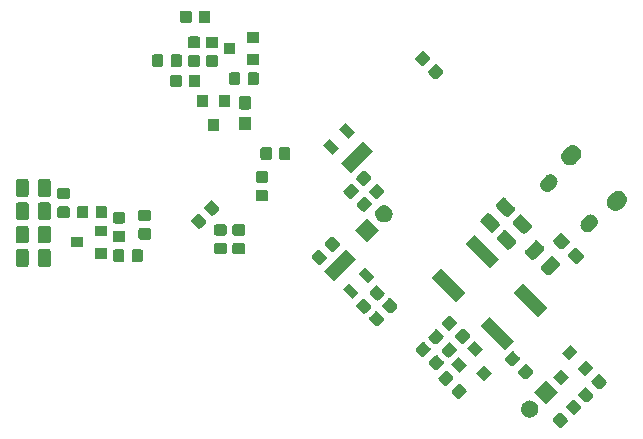
<source format=gbr>
G04 #@! TF.GenerationSoftware,KiCad,Pcbnew,5.1.2*
G04 #@! TF.CreationDate,2019-07-30T21:51:59-07:00*
G04 #@! TF.ProjectId,totoro,746f746f-726f-42e6-9b69-6361645f7063,rev?*
G04 #@! TF.SameCoordinates,Original*
G04 #@! TF.FileFunction,Soldermask,Bot*
G04 #@! TF.FilePolarity,Negative*
%FSLAX46Y46*%
G04 Gerber Fmt 4.6, Leading zero omitted, Abs format (unit mm)*
G04 Created by KiCad (PCBNEW 5.1.2) date 2019-07-30 21:51:59*
%MOMM*%
%LPD*%
G04 APERTURE LIST*
%ADD10C,0.100000*%
G04 APERTURE END LIST*
D10*
G36*
X172572539Y-115872323D02*
G01*
X172606504Y-115882626D01*
X172637805Y-115899357D01*
X172670007Y-115925784D01*
X173148029Y-116403806D01*
X173174456Y-116436008D01*
X173191187Y-116467309D01*
X173201490Y-116501274D01*
X173204968Y-116536592D01*
X173201490Y-116571910D01*
X173191187Y-116605875D01*
X173174456Y-116637176D01*
X173148029Y-116669378D01*
X172723041Y-117094366D01*
X172690839Y-117120793D01*
X172659538Y-117137524D01*
X172625573Y-117147827D01*
X172590255Y-117151305D01*
X172554937Y-117147827D01*
X172520972Y-117137524D01*
X172489671Y-117120793D01*
X172457469Y-117094366D01*
X171979447Y-116616344D01*
X171953020Y-116584142D01*
X171936289Y-116552841D01*
X171925986Y-116518876D01*
X171922508Y-116483558D01*
X171925986Y-116448240D01*
X171936289Y-116414275D01*
X171953020Y-116382974D01*
X171979447Y-116350772D01*
X172404435Y-115925784D01*
X172436637Y-115899357D01*
X172467938Y-115882626D01*
X172501903Y-115872323D01*
X172537221Y-115868845D01*
X172572539Y-115872323D01*
X172572539Y-115872323D01*
G37*
G36*
X170113415Y-114833465D02*
G01*
X170250227Y-114874967D01*
X170376315Y-114942362D01*
X170486833Y-115033062D01*
X170577533Y-115143580D01*
X170644928Y-115269668D01*
X170686430Y-115406480D01*
X170700443Y-115548763D01*
X170686430Y-115691046D01*
X170644928Y-115827858D01*
X170577533Y-115953946D01*
X170486833Y-116064464D01*
X170376315Y-116155164D01*
X170250227Y-116222559D01*
X170113415Y-116264061D01*
X170006782Y-116274563D01*
X169935482Y-116274563D01*
X169828849Y-116264061D01*
X169692037Y-116222559D01*
X169565949Y-116155164D01*
X169455431Y-116064464D01*
X169364731Y-115953946D01*
X169297336Y-115827858D01*
X169255834Y-115691046D01*
X169241821Y-115548763D01*
X169255834Y-115406480D01*
X169297336Y-115269668D01*
X169364731Y-115143580D01*
X169455431Y-115033062D01*
X169565949Y-114942362D01*
X169692037Y-114874967D01*
X169828849Y-114833465D01*
X169935482Y-114822963D01*
X170006782Y-114822963D01*
X170113415Y-114833465D01*
X170113415Y-114833465D01*
G37*
G36*
X173686233Y-114758629D02*
G01*
X173720198Y-114768932D01*
X173751499Y-114785663D01*
X173783701Y-114812090D01*
X174261723Y-115290112D01*
X174288150Y-115322314D01*
X174304881Y-115353615D01*
X174315184Y-115387580D01*
X174318662Y-115422898D01*
X174315184Y-115458216D01*
X174304881Y-115492181D01*
X174288150Y-115523482D01*
X174261723Y-115555684D01*
X173836735Y-115980672D01*
X173804533Y-116007099D01*
X173773232Y-116023830D01*
X173739267Y-116034133D01*
X173703949Y-116037611D01*
X173668631Y-116034133D01*
X173634666Y-116023830D01*
X173603365Y-116007099D01*
X173571163Y-115980672D01*
X173093141Y-115502650D01*
X173066714Y-115470448D01*
X173049983Y-115439147D01*
X173039680Y-115405182D01*
X173036202Y-115369864D01*
X173039680Y-115334546D01*
X173049983Y-115300581D01*
X173066714Y-115269280D01*
X173093141Y-115237078D01*
X173518129Y-114812090D01*
X173550331Y-114785663D01*
X173581632Y-114768932D01*
X173615597Y-114758629D01*
X173650915Y-114755151D01*
X173686233Y-114758629D01*
X173686233Y-114758629D01*
G37*
G36*
X172411782Y-114134549D02*
G01*
X171385346Y-115160985D01*
X170358910Y-114134549D01*
X171385346Y-113108113D01*
X172411782Y-114134549D01*
X172411782Y-114134549D01*
G37*
G36*
X174741236Y-113713526D02*
G01*
X174775201Y-113723829D01*
X174806502Y-113740560D01*
X174838704Y-113766987D01*
X175316726Y-114245009D01*
X175343153Y-114277211D01*
X175359884Y-114308512D01*
X175370187Y-114342477D01*
X175373665Y-114377795D01*
X175370187Y-114413113D01*
X175359884Y-114447078D01*
X175343153Y-114478379D01*
X175316726Y-114510581D01*
X174891738Y-114935569D01*
X174859536Y-114961996D01*
X174828235Y-114978727D01*
X174794270Y-114989030D01*
X174758952Y-114992508D01*
X174723634Y-114989030D01*
X174689669Y-114978727D01*
X174658368Y-114961996D01*
X174626166Y-114935569D01*
X174148144Y-114457547D01*
X174121717Y-114425345D01*
X174104986Y-114394044D01*
X174094683Y-114360079D01*
X174091205Y-114324761D01*
X174094683Y-114289443D01*
X174104986Y-114255478D01*
X174121717Y-114224177D01*
X174148144Y-114191975D01*
X174573132Y-113766987D01*
X174605334Y-113740560D01*
X174636635Y-113723829D01*
X174670600Y-113713526D01*
X174705918Y-113710048D01*
X174741236Y-113713526D01*
X174741236Y-113713526D01*
G37*
G36*
X164058551Y-113411733D02*
G01*
X164092516Y-113422036D01*
X164123817Y-113438767D01*
X164156019Y-113465194D01*
X164581007Y-113890182D01*
X164607434Y-113922384D01*
X164624165Y-113953685D01*
X164634468Y-113987650D01*
X164637946Y-114022968D01*
X164634468Y-114058286D01*
X164624165Y-114092251D01*
X164607434Y-114123552D01*
X164581007Y-114155754D01*
X164102985Y-114633776D01*
X164070783Y-114660203D01*
X164039482Y-114676934D01*
X164005517Y-114687237D01*
X163970199Y-114690715D01*
X163934881Y-114687237D01*
X163900916Y-114676934D01*
X163869615Y-114660203D01*
X163837413Y-114633776D01*
X163412425Y-114208788D01*
X163385998Y-114176586D01*
X163369267Y-114145285D01*
X163358964Y-114111320D01*
X163355486Y-114076002D01*
X163358964Y-114040684D01*
X163369267Y-114006719D01*
X163385998Y-113975418D01*
X163412425Y-113943216D01*
X163890447Y-113465194D01*
X163922649Y-113438767D01*
X163953950Y-113422036D01*
X163987915Y-113411733D01*
X164023233Y-113408255D01*
X164058551Y-113411733D01*
X164058551Y-113411733D01*
G37*
G36*
X175854930Y-112599832D02*
G01*
X175888895Y-112610135D01*
X175920196Y-112626866D01*
X175952398Y-112653293D01*
X176430420Y-113131315D01*
X176456847Y-113163517D01*
X176473578Y-113194818D01*
X176483881Y-113228783D01*
X176487359Y-113264101D01*
X176483881Y-113299419D01*
X176473578Y-113333384D01*
X176456847Y-113364685D01*
X176430420Y-113396887D01*
X176005432Y-113821875D01*
X175973230Y-113848302D01*
X175941929Y-113865033D01*
X175907964Y-113875336D01*
X175872646Y-113878814D01*
X175837328Y-113875336D01*
X175803363Y-113865033D01*
X175772062Y-113848302D01*
X175739860Y-113821875D01*
X175261838Y-113343853D01*
X175235411Y-113311651D01*
X175218680Y-113280350D01*
X175208377Y-113246385D01*
X175204899Y-113211067D01*
X175208377Y-113175749D01*
X175218680Y-113141784D01*
X175235411Y-113110483D01*
X175261838Y-113078281D01*
X175686826Y-112653293D01*
X175719028Y-112626866D01*
X175750329Y-112610135D01*
X175784294Y-112599832D01*
X175819612Y-112596354D01*
X175854930Y-112599832D01*
X175854930Y-112599832D01*
G37*
G36*
X162944857Y-112298039D02*
G01*
X162978822Y-112308342D01*
X163010123Y-112325073D01*
X163042325Y-112351500D01*
X163467313Y-112776488D01*
X163493740Y-112808690D01*
X163510471Y-112839991D01*
X163520774Y-112873956D01*
X163524252Y-112909274D01*
X163520774Y-112944592D01*
X163510471Y-112978557D01*
X163493740Y-113009858D01*
X163467313Y-113042060D01*
X162989291Y-113520082D01*
X162957089Y-113546509D01*
X162925788Y-113563240D01*
X162891823Y-113573543D01*
X162856505Y-113577021D01*
X162821187Y-113573543D01*
X162787222Y-113563240D01*
X162755921Y-113546509D01*
X162723719Y-113520082D01*
X162298731Y-113095094D01*
X162272304Y-113062892D01*
X162255573Y-113031591D01*
X162245270Y-112997626D01*
X162241792Y-112962308D01*
X162245270Y-112926990D01*
X162255573Y-112893025D01*
X162272304Y-112861724D01*
X162298731Y-112829522D01*
X162776753Y-112351500D01*
X162808955Y-112325073D01*
X162840256Y-112308342D01*
X162874221Y-112298039D01*
X162909539Y-112294561D01*
X162944857Y-112298039D01*
X162944857Y-112298039D01*
G37*
G36*
X173296372Y-112818624D02*
G01*
X172588134Y-113526862D01*
X171950606Y-112889334D01*
X172658844Y-112181096D01*
X173296372Y-112818624D01*
X173296372Y-112818624D01*
G37*
G36*
X166777555Y-112564772D02*
G01*
X166140027Y-113202300D01*
X165431789Y-112494062D01*
X166069317Y-111856534D01*
X166777555Y-112564772D01*
X166777555Y-112564772D01*
G37*
G36*
X169698152Y-111759366D02*
G01*
X169732117Y-111769669D01*
X169763418Y-111786400D01*
X169795620Y-111812827D01*
X170220608Y-112237815D01*
X170247035Y-112270017D01*
X170263766Y-112301318D01*
X170274069Y-112335283D01*
X170277547Y-112370601D01*
X170274069Y-112405919D01*
X170263766Y-112439884D01*
X170247035Y-112471185D01*
X170220608Y-112503387D01*
X169742586Y-112981409D01*
X169710384Y-113007836D01*
X169679083Y-113024567D01*
X169645118Y-113034870D01*
X169609800Y-113038348D01*
X169574482Y-113034870D01*
X169540517Y-113024567D01*
X169509216Y-113007836D01*
X169477014Y-112981409D01*
X169052026Y-112556421D01*
X169025599Y-112524219D01*
X169008868Y-112492918D01*
X168998565Y-112458953D01*
X168995087Y-112423635D01*
X168998565Y-112388317D01*
X169008868Y-112354352D01*
X169025599Y-112323051D01*
X169052026Y-112290849D01*
X169530048Y-111812827D01*
X169562250Y-111786400D01*
X169593551Y-111769669D01*
X169627516Y-111759366D01*
X169662834Y-111755888D01*
X169698152Y-111759366D01*
X169698152Y-111759366D01*
G37*
G36*
X175382337Y-112076162D02*
G01*
X174674099Y-112784400D01*
X174036571Y-112146872D01*
X174744809Y-111438634D01*
X175382337Y-112076162D01*
X175382337Y-112076162D01*
G37*
G36*
X164691590Y-111822310D02*
G01*
X164054062Y-112459838D01*
X163345824Y-111751600D01*
X163983352Y-111114072D01*
X164691590Y-111822310D01*
X164691590Y-111822310D01*
G37*
G36*
X162136777Y-110987064D02*
G01*
X162170742Y-110997367D01*
X162202043Y-111014098D01*
X162234245Y-111040525D01*
X162659233Y-111465513D01*
X162685660Y-111497715D01*
X162702391Y-111529016D01*
X162712694Y-111562981D01*
X162716172Y-111598299D01*
X162712694Y-111633617D01*
X162702391Y-111667582D01*
X162685660Y-111698883D01*
X162659233Y-111731085D01*
X162181211Y-112209107D01*
X162149009Y-112235534D01*
X162117708Y-112252265D01*
X162083743Y-112262568D01*
X162048425Y-112266046D01*
X162013107Y-112262568D01*
X161979142Y-112252265D01*
X161947841Y-112235534D01*
X161915639Y-112209107D01*
X161490651Y-111784119D01*
X161464224Y-111751917D01*
X161447493Y-111720616D01*
X161437190Y-111686651D01*
X161433712Y-111651333D01*
X161437190Y-111616015D01*
X161447493Y-111582050D01*
X161464224Y-111550749D01*
X161490651Y-111518547D01*
X161968673Y-111040525D01*
X162000875Y-111014098D01*
X162032176Y-110997367D01*
X162066141Y-110987064D01*
X162101459Y-110983586D01*
X162136777Y-110987064D01*
X162136777Y-110987064D01*
G37*
G36*
X168584458Y-110645672D02*
G01*
X168618423Y-110655975D01*
X168649724Y-110672706D01*
X168681926Y-110699133D01*
X169106914Y-111124121D01*
X169133341Y-111156323D01*
X169150072Y-111187624D01*
X169160375Y-111221589D01*
X169163853Y-111256907D01*
X169160375Y-111292225D01*
X169150072Y-111326190D01*
X169133341Y-111357491D01*
X169106914Y-111389693D01*
X168628892Y-111867715D01*
X168596690Y-111894142D01*
X168565389Y-111910873D01*
X168531424Y-111921176D01*
X168496106Y-111924654D01*
X168460788Y-111921176D01*
X168426823Y-111910873D01*
X168395522Y-111894142D01*
X168363320Y-111867715D01*
X167938332Y-111442727D01*
X167911905Y-111410525D01*
X167895174Y-111379224D01*
X167884871Y-111345259D01*
X167881393Y-111309941D01*
X167884871Y-111274623D01*
X167895174Y-111240658D01*
X167911905Y-111209357D01*
X167938332Y-111177155D01*
X168416354Y-110699133D01*
X168448556Y-110672706D01*
X168479857Y-110655975D01*
X168513822Y-110645672D01*
X168549140Y-110642194D01*
X168584458Y-110645672D01*
X168584458Y-110645672D01*
G37*
G36*
X174038834Y-110732659D02*
G01*
X173330596Y-111440897D01*
X172693068Y-110803369D01*
X173401306Y-110095131D01*
X174038834Y-110732659D01*
X174038834Y-110732659D01*
G37*
G36*
X163214407Y-109909433D02*
G01*
X163248372Y-109919736D01*
X163279673Y-109936467D01*
X163311875Y-109962894D01*
X163736863Y-110387882D01*
X163763290Y-110420084D01*
X163780021Y-110451385D01*
X163790324Y-110485350D01*
X163793802Y-110520668D01*
X163790324Y-110555986D01*
X163780021Y-110589951D01*
X163763290Y-110621252D01*
X163736863Y-110653454D01*
X163258841Y-111131476D01*
X163226639Y-111157903D01*
X163195338Y-111174634D01*
X163161373Y-111184937D01*
X163126055Y-111188415D01*
X163090737Y-111184937D01*
X163056772Y-111174634D01*
X163025471Y-111157903D01*
X162993269Y-111131476D01*
X162568281Y-110706488D01*
X162541854Y-110674286D01*
X162525123Y-110642985D01*
X162514820Y-110609020D01*
X162511342Y-110573702D01*
X162514820Y-110538384D01*
X162525123Y-110504419D01*
X162541854Y-110473118D01*
X162568281Y-110440916D01*
X163046303Y-109962894D01*
X163078505Y-109936467D01*
X163109806Y-109919736D01*
X163143771Y-109909433D01*
X163179089Y-109905955D01*
X163214407Y-109909433D01*
X163214407Y-109909433D01*
G37*
G36*
X161023083Y-109873370D02*
G01*
X161057048Y-109883673D01*
X161088349Y-109900404D01*
X161120551Y-109926831D01*
X161545539Y-110351819D01*
X161571966Y-110384021D01*
X161588697Y-110415322D01*
X161599000Y-110449287D01*
X161602478Y-110484605D01*
X161599000Y-110519923D01*
X161588697Y-110553888D01*
X161571966Y-110585189D01*
X161545539Y-110617391D01*
X161067517Y-111095413D01*
X161035315Y-111121840D01*
X161004014Y-111138571D01*
X160970049Y-111148874D01*
X160934731Y-111152352D01*
X160899413Y-111148874D01*
X160865448Y-111138571D01*
X160834147Y-111121840D01*
X160801945Y-111095413D01*
X160376957Y-110670425D01*
X160350530Y-110638223D01*
X160333799Y-110606922D01*
X160323496Y-110572957D01*
X160320018Y-110537639D01*
X160323496Y-110502321D01*
X160333799Y-110468356D01*
X160350530Y-110437055D01*
X160376957Y-110404853D01*
X160854979Y-109926831D01*
X160887181Y-109900404D01*
X160918482Y-109883673D01*
X160952447Y-109873370D01*
X160987765Y-109869892D01*
X161023083Y-109873370D01*
X161023083Y-109873370D01*
G37*
G36*
X166035093Y-110478807D02*
G01*
X165397565Y-111116335D01*
X164689327Y-110408097D01*
X165326855Y-109770569D01*
X166035093Y-110478807D01*
X166035093Y-110478807D01*
G37*
G36*
X168633003Y-109795742D02*
G01*
X167854054Y-110574691D01*
X165802313Y-108522950D01*
X166581262Y-107744001D01*
X168633003Y-109795742D01*
X168633003Y-109795742D01*
G37*
G36*
X162100713Y-108795739D02*
G01*
X162134678Y-108806042D01*
X162165979Y-108822773D01*
X162198181Y-108849200D01*
X162623169Y-109274188D01*
X162649596Y-109306390D01*
X162666327Y-109337691D01*
X162676630Y-109371656D01*
X162680108Y-109406974D01*
X162676630Y-109442292D01*
X162666327Y-109476257D01*
X162649596Y-109507558D01*
X162623169Y-109539760D01*
X162145147Y-110017782D01*
X162112945Y-110044209D01*
X162081644Y-110060940D01*
X162047679Y-110071243D01*
X162012361Y-110074721D01*
X161977043Y-110071243D01*
X161943078Y-110060940D01*
X161911777Y-110044209D01*
X161879575Y-110017782D01*
X161454587Y-109592794D01*
X161428160Y-109560592D01*
X161411429Y-109529291D01*
X161401126Y-109495326D01*
X161397648Y-109460008D01*
X161401126Y-109424690D01*
X161411429Y-109390725D01*
X161428160Y-109359424D01*
X161454587Y-109327222D01*
X161932609Y-108849200D01*
X161964811Y-108822773D01*
X161996112Y-108806042D01*
X162030077Y-108795739D01*
X162065395Y-108792261D01*
X162100713Y-108795739D01*
X162100713Y-108795739D01*
G37*
G36*
X164363880Y-108759960D02*
G01*
X164397845Y-108770263D01*
X164429146Y-108786994D01*
X164461348Y-108813421D01*
X164886336Y-109238409D01*
X164912763Y-109270611D01*
X164929494Y-109301912D01*
X164939797Y-109335877D01*
X164943275Y-109371195D01*
X164939797Y-109406513D01*
X164929494Y-109440478D01*
X164912763Y-109471779D01*
X164886336Y-109503981D01*
X164408314Y-109982003D01*
X164376112Y-110008430D01*
X164344811Y-110025161D01*
X164310846Y-110035464D01*
X164275528Y-110038942D01*
X164240210Y-110035464D01*
X164206245Y-110025161D01*
X164174944Y-110008430D01*
X164142742Y-109982003D01*
X163717754Y-109557015D01*
X163691327Y-109524813D01*
X163674596Y-109493512D01*
X163664293Y-109459547D01*
X163660815Y-109424229D01*
X163664293Y-109388911D01*
X163674596Y-109354946D01*
X163691327Y-109323645D01*
X163717754Y-109291443D01*
X164195776Y-108813421D01*
X164227978Y-108786994D01*
X164259279Y-108770263D01*
X164293244Y-108759960D01*
X164328562Y-108756482D01*
X164363880Y-108759960D01*
X164363880Y-108759960D01*
G37*
G36*
X163250186Y-107646266D02*
G01*
X163284151Y-107656569D01*
X163315452Y-107673300D01*
X163347654Y-107699727D01*
X163772642Y-108124715D01*
X163799069Y-108156917D01*
X163815800Y-108188218D01*
X163826103Y-108222183D01*
X163829581Y-108257501D01*
X163826103Y-108292819D01*
X163815800Y-108326784D01*
X163799069Y-108358085D01*
X163772642Y-108390287D01*
X163294620Y-108868309D01*
X163262418Y-108894736D01*
X163231117Y-108911467D01*
X163197152Y-108921770D01*
X163161834Y-108925248D01*
X163126516Y-108921770D01*
X163092551Y-108911467D01*
X163061250Y-108894736D01*
X163029048Y-108868309D01*
X162604060Y-108443321D01*
X162577633Y-108411119D01*
X162560902Y-108379818D01*
X162550599Y-108345853D01*
X162547121Y-108310535D01*
X162550599Y-108275217D01*
X162560902Y-108241252D01*
X162577633Y-108209951D01*
X162604060Y-108177749D01*
X163082082Y-107699727D01*
X163114284Y-107673300D01*
X163145585Y-107656569D01*
X163179550Y-107646266D01*
X163214868Y-107642788D01*
X163250186Y-107646266D01*
X163250186Y-107646266D01*
G37*
G36*
X157022554Y-107277440D02*
G01*
X157056519Y-107287743D01*
X157087820Y-107304474D01*
X157120022Y-107330901D01*
X157598044Y-107808923D01*
X157624471Y-107841125D01*
X157641202Y-107872426D01*
X157651505Y-107906391D01*
X157654983Y-107941709D01*
X157651505Y-107977027D01*
X157641202Y-108010992D01*
X157624471Y-108042293D01*
X157598044Y-108074495D01*
X157173056Y-108499483D01*
X157140854Y-108525910D01*
X157109553Y-108542641D01*
X157075588Y-108552944D01*
X157040270Y-108556422D01*
X157004952Y-108552944D01*
X156970987Y-108542641D01*
X156939686Y-108525910D01*
X156907484Y-108499483D01*
X156429462Y-108021461D01*
X156403035Y-107989259D01*
X156386304Y-107957958D01*
X156376001Y-107923993D01*
X156372523Y-107888675D01*
X156376001Y-107853357D01*
X156386304Y-107819392D01*
X156403035Y-107788091D01*
X156429462Y-107755889D01*
X156854450Y-107330901D01*
X156886652Y-107304474D01*
X156917953Y-107287743D01*
X156951918Y-107277440D01*
X156987236Y-107273962D01*
X157022554Y-107277440D01*
X157022554Y-107277440D01*
G37*
G36*
X171461430Y-106967315D02*
G01*
X170682481Y-107746264D01*
X168630740Y-105694523D01*
X169409689Y-104915574D01*
X171461430Y-106967315D01*
X171461430Y-106967315D01*
G37*
G36*
X155944923Y-106199809D02*
G01*
X155978888Y-106210112D01*
X156010189Y-106226843D01*
X156042391Y-106253270D01*
X156520413Y-106731292D01*
X156546840Y-106763494D01*
X156563571Y-106794795D01*
X156573874Y-106828760D01*
X156577352Y-106864078D01*
X156573874Y-106899396D01*
X156563571Y-106933361D01*
X156546840Y-106964662D01*
X156520413Y-106996864D01*
X156095425Y-107421852D01*
X156063223Y-107448279D01*
X156031922Y-107465010D01*
X155997957Y-107475313D01*
X155962639Y-107478791D01*
X155927321Y-107475313D01*
X155893356Y-107465010D01*
X155862055Y-107448279D01*
X155829853Y-107421852D01*
X155351831Y-106943830D01*
X155325404Y-106911628D01*
X155308673Y-106880327D01*
X155298370Y-106846362D01*
X155294892Y-106811044D01*
X155298370Y-106775726D01*
X155308673Y-106741761D01*
X155325404Y-106710460D01*
X155351831Y-106678258D01*
X155776819Y-106253270D01*
X155809021Y-106226843D01*
X155840322Y-106210112D01*
X155874287Y-106199809D01*
X155909605Y-106196331D01*
X155944923Y-106199809D01*
X155944923Y-106199809D01*
G37*
G36*
X158136248Y-106163746D02*
G01*
X158170213Y-106174049D01*
X158201514Y-106190780D01*
X158233716Y-106217207D01*
X158711738Y-106695229D01*
X158738165Y-106727431D01*
X158754896Y-106758732D01*
X158765199Y-106792697D01*
X158768677Y-106828015D01*
X158765199Y-106863333D01*
X158754896Y-106897298D01*
X158738165Y-106928599D01*
X158711738Y-106960801D01*
X158286750Y-107385789D01*
X158254548Y-107412216D01*
X158223247Y-107428947D01*
X158189282Y-107439250D01*
X158153964Y-107442728D01*
X158118646Y-107439250D01*
X158084681Y-107428947D01*
X158053380Y-107412216D01*
X158021178Y-107385789D01*
X157543156Y-106907767D01*
X157516729Y-106875565D01*
X157499998Y-106844264D01*
X157489695Y-106810299D01*
X157486217Y-106774981D01*
X157489695Y-106739663D01*
X157499998Y-106705698D01*
X157516729Y-106674397D01*
X157543156Y-106642195D01*
X157968144Y-106217207D01*
X158000346Y-106190780D01*
X158031647Y-106174049D01*
X158065612Y-106163746D01*
X158100930Y-106160268D01*
X158136248Y-106163746D01*
X158136248Y-106163746D01*
G37*
G36*
X164531784Y-105694523D02*
G01*
X163752835Y-106473472D01*
X161701094Y-104421731D01*
X162480043Y-103642782D01*
X164531784Y-105694523D01*
X164531784Y-105694523D01*
G37*
G36*
X157058617Y-105086115D02*
G01*
X157092582Y-105096418D01*
X157123883Y-105113149D01*
X157156085Y-105139576D01*
X157634107Y-105617598D01*
X157660534Y-105649800D01*
X157677265Y-105681101D01*
X157687568Y-105715066D01*
X157691046Y-105750384D01*
X157687568Y-105785702D01*
X157677265Y-105819667D01*
X157660534Y-105850968D01*
X157634107Y-105883170D01*
X157209119Y-106308158D01*
X157176917Y-106334585D01*
X157145616Y-106351316D01*
X157111651Y-106361619D01*
X157076333Y-106365097D01*
X157041015Y-106361619D01*
X157007050Y-106351316D01*
X156975749Y-106334585D01*
X156943547Y-106308158D01*
X156465525Y-105830136D01*
X156439098Y-105797934D01*
X156422367Y-105766633D01*
X156412064Y-105732668D01*
X156408586Y-105697350D01*
X156412064Y-105662032D01*
X156422367Y-105628067D01*
X156439098Y-105596766D01*
X156465525Y-105564564D01*
X156890513Y-105139576D01*
X156922715Y-105113149D01*
X156954016Y-105096418D01*
X156987981Y-105086115D01*
X157023299Y-105082637D01*
X157058617Y-105086115D01*
X157058617Y-105086115D01*
G37*
G36*
X155479402Y-105719979D02*
G01*
X154947941Y-106251440D01*
X154126566Y-105430065D01*
X154658027Y-104898604D01*
X155479402Y-105719979D01*
X155479402Y-105719979D01*
G37*
G36*
X156822905Y-104376476D02*
G01*
X156291444Y-104907937D01*
X155470069Y-104086562D01*
X156001530Y-103555101D01*
X156822905Y-104376476D01*
X156822905Y-104376476D01*
G37*
G36*
X155267270Y-102820841D02*
G01*
X154683907Y-103404205D01*
X153975670Y-104112442D01*
X153392306Y-104695805D01*
X152570931Y-103874430D01*
X153190770Y-103254591D01*
X153190781Y-103254582D01*
X153242684Y-103202680D01*
X153242683Y-103202679D01*
X153774144Y-102671218D01*
X153774145Y-102671219D01*
X153826047Y-102619316D01*
X153826056Y-102619305D01*
X154445895Y-101999466D01*
X155267270Y-102820841D01*
X155267270Y-102820841D01*
G37*
G36*
X171908498Y-102593795D02*
G01*
X171947150Y-102605520D01*
X171982773Y-102624561D01*
X172018761Y-102654096D01*
X172058607Y-102693942D01*
X172058618Y-102693951D01*
X172439254Y-103074587D01*
X172439263Y-103074598D01*
X172479109Y-103114444D01*
X172508644Y-103150432D01*
X172527685Y-103186055D01*
X172539410Y-103224707D01*
X172543369Y-103264905D01*
X172539410Y-103305103D01*
X172527685Y-103343755D01*
X172508644Y-103379378D01*
X172479109Y-103415366D01*
X172439263Y-103455212D01*
X172439254Y-103455223D01*
X171758098Y-104136379D01*
X171758087Y-104136388D01*
X171718241Y-104176234D01*
X171682253Y-104205769D01*
X171646630Y-104224810D01*
X171607978Y-104236535D01*
X171567780Y-104240494D01*
X171527582Y-104236535D01*
X171488930Y-104224810D01*
X171453307Y-104205769D01*
X171417319Y-104176234D01*
X171377473Y-104136388D01*
X171377462Y-104136379D01*
X170996826Y-103755743D01*
X170996817Y-103755732D01*
X170956971Y-103715886D01*
X170927436Y-103679898D01*
X170908395Y-103644275D01*
X170896670Y-103605623D01*
X170892711Y-103565425D01*
X170896670Y-103525227D01*
X170908395Y-103486575D01*
X170927436Y-103450952D01*
X170956971Y-103414964D01*
X170996817Y-103375118D01*
X170996826Y-103375107D01*
X171677982Y-102693951D01*
X171677993Y-102693942D01*
X171717839Y-102654096D01*
X171753827Y-102624561D01*
X171789450Y-102605520D01*
X171828102Y-102593795D01*
X171868300Y-102589836D01*
X171908498Y-102593795D01*
X171908498Y-102593795D01*
G37*
G36*
X167360211Y-102866096D02*
G01*
X166581262Y-103645045D01*
X164529521Y-101593304D01*
X165308470Y-100814355D01*
X167360211Y-102866096D01*
X167360211Y-102866096D01*
G37*
G36*
X129259245Y-102006016D02*
G01*
X129297897Y-102017741D01*
X129333520Y-102036782D01*
X129364743Y-102062406D01*
X129390367Y-102093629D01*
X129409408Y-102129252D01*
X129421133Y-102167904D01*
X129425697Y-102214243D01*
X129425697Y-103290261D01*
X129421133Y-103336600D01*
X129409408Y-103375252D01*
X129390367Y-103410875D01*
X129364743Y-103442098D01*
X129333520Y-103467722D01*
X129297897Y-103486763D01*
X129259245Y-103498488D01*
X129212906Y-103503052D01*
X128561888Y-103503052D01*
X128515549Y-103498488D01*
X128476897Y-103486763D01*
X128441274Y-103467722D01*
X128410051Y-103442098D01*
X128384427Y-103410875D01*
X128365386Y-103375252D01*
X128353661Y-103336600D01*
X128349097Y-103290261D01*
X128349097Y-102214243D01*
X128353661Y-102167904D01*
X128365386Y-102129252D01*
X128384427Y-102093629D01*
X128410051Y-102062406D01*
X128441274Y-102036782D01*
X128476897Y-102017741D01*
X128515549Y-102006016D01*
X128561888Y-102001452D01*
X129212906Y-102001452D01*
X129259245Y-102006016D01*
X129259245Y-102006016D01*
G37*
G36*
X127384245Y-102006016D02*
G01*
X127422897Y-102017741D01*
X127458520Y-102036782D01*
X127489743Y-102062406D01*
X127515367Y-102093629D01*
X127534408Y-102129252D01*
X127546133Y-102167904D01*
X127550697Y-102214243D01*
X127550697Y-103290261D01*
X127546133Y-103336600D01*
X127534408Y-103375252D01*
X127515367Y-103410875D01*
X127489743Y-103442098D01*
X127458520Y-103467722D01*
X127422897Y-103486763D01*
X127384245Y-103498488D01*
X127337906Y-103503052D01*
X126686888Y-103503052D01*
X126640549Y-103498488D01*
X126601897Y-103486763D01*
X126566274Y-103467722D01*
X126535051Y-103442098D01*
X126509427Y-103410875D01*
X126490386Y-103375252D01*
X126478661Y-103336600D01*
X126474097Y-103290261D01*
X126474097Y-102214243D01*
X126478661Y-102167904D01*
X126490386Y-102129252D01*
X126509427Y-102093629D01*
X126535051Y-102062406D01*
X126566274Y-102036782D01*
X126601897Y-102017741D01*
X126640549Y-102006016D01*
X126686888Y-102001452D01*
X127337906Y-102001452D01*
X127384245Y-102006016D01*
X127384245Y-102006016D01*
G37*
G36*
X152157660Y-102067477D02*
G01*
X152191625Y-102077780D01*
X152222926Y-102094511D01*
X152255128Y-102120938D01*
X152733150Y-102598960D01*
X152759577Y-102631162D01*
X152776308Y-102662463D01*
X152786611Y-102696428D01*
X152790089Y-102731746D01*
X152786611Y-102767064D01*
X152776308Y-102801029D01*
X152759577Y-102832330D01*
X152733150Y-102864532D01*
X152308162Y-103289520D01*
X152275960Y-103315947D01*
X152244659Y-103332678D01*
X152210694Y-103342981D01*
X152175376Y-103346459D01*
X152140058Y-103342981D01*
X152106093Y-103332678D01*
X152074792Y-103315947D01*
X152042590Y-103289520D01*
X151564568Y-102811498D01*
X151538141Y-102779296D01*
X151521410Y-102747995D01*
X151511107Y-102714030D01*
X151507629Y-102678712D01*
X151511107Y-102643394D01*
X151521410Y-102609429D01*
X151538141Y-102578128D01*
X151564568Y-102545926D01*
X151989556Y-102120938D01*
X152021758Y-102094511D01*
X152053059Y-102077780D01*
X152087024Y-102067477D01*
X152122342Y-102063999D01*
X152157660Y-102067477D01*
X152157660Y-102067477D01*
G37*
G36*
X173904570Y-101889210D02*
G01*
X173942052Y-101900581D01*
X173976592Y-101919043D01*
X174011636Y-101947802D01*
X174533853Y-102470019D01*
X174562612Y-102505063D01*
X174581074Y-102539603D01*
X174592445Y-102577085D01*
X174596283Y-102616062D01*
X174592445Y-102655039D01*
X174581074Y-102692521D01*
X174562612Y-102727061D01*
X174533853Y-102762105D01*
X174082346Y-103213612D01*
X174047302Y-103242371D01*
X174012762Y-103260833D01*
X173975280Y-103272204D01*
X173936303Y-103276042D01*
X173897326Y-103272204D01*
X173859844Y-103260833D01*
X173825304Y-103242371D01*
X173790260Y-103213612D01*
X173268043Y-102691395D01*
X173239284Y-102656351D01*
X173220822Y-102621811D01*
X173209451Y-102584329D01*
X173205613Y-102545352D01*
X173209451Y-102506375D01*
X173220822Y-102468893D01*
X173239284Y-102434353D01*
X173268043Y-102399309D01*
X173719550Y-101947802D01*
X173754594Y-101919043D01*
X173789134Y-101900581D01*
X173826616Y-101889210D01*
X173865593Y-101885372D01*
X173904570Y-101889210D01*
X173904570Y-101889210D01*
G37*
G36*
X137094167Y-102034456D02*
G01*
X137128132Y-102044759D01*
X137159433Y-102061490D01*
X137186867Y-102084005D01*
X137209382Y-102111439D01*
X137226113Y-102142740D01*
X137236416Y-102176705D01*
X137240499Y-102218163D01*
X137240499Y-102894183D01*
X137236416Y-102935641D01*
X137226113Y-102969606D01*
X137209382Y-103000907D01*
X137186867Y-103028341D01*
X137159433Y-103050856D01*
X137128132Y-103067587D01*
X137094167Y-103077890D01*
X137052709Y-103081973D01*
X136451689Y-103081973D01*
X136410231Y-103077890D01*
X136376266Y-103067587D01*
X136344965Y-103050856D01*
X136317531Y-103028341D01*
X136295016Y-103000907D01*
X136278285Y-102969606D01*
X136267982Y-102935641D01*
X136263899Y-102894183D01*
X136263899Y-102218163D01*
X136267982Y-102176705D01*
X136278285Y-102142740D01*
X136295016Y-102111439D01*
X136317531Y-102084005D01*
X136344965Y-102061490D01*
X136376266Y-102044759D01*
X136410231Y-102034456D01*
X136451689Y-102030373D01*
X137052709Y-102030373D01*
X137094167Y-102034456D01*
X137094167Y-102034456D01*
G37*
G36*
X135519167Y-102034456D02*
G01*
X135553132Y-102044759D01*
X135584433Y-102061490D01*
X135611867Y-102084005D01*
X135634382Y-102111439D01*
X135651113Y-102142740D01*
X135661416Y-102176705D01*
X135665499Y-102218163D01*
X135665499Y-102894183D01*
X135661416Y-102935641D01*
X135651113Y-102969606D01*
X135634382Y-103000907D01*
X135611867Y-103028341D01*
X135584433Y-103050856D01*
X135553132Y-103067587D01*
X135519167Y-103077890D01*
X135477709Y-103081973D01*
X134876689Y-103081973D01*
X134835231Y-103077890D01*
X134801266Y-103067587D01*
X134769965Y-103050856D01*
X134742531Y-103028341D01*
X134720016Y-103000907D01*
X134703285Y-102969606D01*
X134692982Y-102935641D01*
X134688899Y-102894183D01*
X134688899Y-102218163D01*
X134692982Y-102176705D01*
X134703285Y-102142740D01*
X134720016Y-102111439D01*
X134742531Y-102084005D01*
X134769965Y-102061490D01*
X134801266Y-102044759D01*
X134835231Y-102034456D01*
X134876689Y-102030373D01*
X135477709Y-102030373D01*
X135519167Y-102034456D01*
X135519167Y-102034456D01*
G37*
G36*
X170582672Y-101267969D02*
G01*
X170621324Y-101279694D01*
X170656947Y-101298735D01*
X170692935Y-101328270D01*
X170732781Y-101368116D01*
X170732792Y-101368125D01*
X171113428Y-101748761D01*
X171113437Y-101748772D01*
X171153283Y-101788618D01*
X171182818Y-101824606D01*
X171201859Y-101860229D01*
X171213584Y-101898881D01*
X171217543Y-101939079D01*
X171213584Y-101979277D01*
X171201859Y-102017929D01*
X171182818Y-102053552D01*
X171153283Y-102089540D01*
X171113437Y-102129386D01*
X171113428Y-102129397D01*
X170432272Y-102810553D01*
X170432261Y-102810562D01*
X170392415Y-102850408D01*
X170356427Y-102879943D01*
X170320804Y-102898984D01*
X170282152Y-102910709D01*
X170241954Y-102914668D01*
X170201756Y-102910709D01*
X170163104Y-102898984D01*
X170127481Y-102879943D01*
X170091493Y-102850408D01*
X170051647Y-102810562D01*
X170051636Y-102810553D01*
X169671000Y-102429917D01*
X169670991Y-102429906D01*
X169631145Y-102390060D01*
X169601610Y-102354072D01*
X169582569Y-102318449D01*
X169570844Y-102279797D01*
X169566885Y-102239599D01*
X169570844Y-102199401D01*
X169582569Y-102160749D01*
X169601610Y-102125126D01*
X169631145Y-102089138D01*
X169670991Y-102049292D01*
X169671000Y-102049281D01*
X170352156Y-101368125D01*
X170352167Y-101368116D01*
X170392013Y-101328270D01*
X170428001Y-101298735D01*
X170463624Y-101279694D01*
X170502276Y-101267969D01*
X170542474Y-101264010D01*
X170582672Y-101267969D01*
X170582672Y-101267969D01*
G37*
G36*
X134163499Y-102813973D02*
G01*
X133161899Y-102813973D01*
X133161899Y-101912373D01*
X134163499Y-101912373D01*
X134163499Y-102813973D01*
X134163499Y-102813973D01*
G37*
G36*
X144170537Y-101475009D02*
G01*
X144204502Y-101485312D01*
X144235803Y-101502043D01*
X144263237Y-101524558D01*
X144285752Y-101551992D01*
X144302483Y-101583293D01*
X144312786Y-101617258D01*
X144316869Y-101658716D01*
X144316869Y-102259736D01*
X144312786Y-102301194D01*
X144302483Y-102335159D01*
X144285752Y-102366460D01*
X144263237Y-102393894D01*
X144235803Y-102416409D01*
X144204502Y-102433140D01*
X144170537Y-102443443D01*
X144129079Y-102447526D01*
X143453059Y-102447526D01*
X143411601Y-102443443D01*
X143377636Y-102433140D01*
X143346335Y-102416409D01*
X143318901Y-102393894D01*
X143296386Y-102366460D01*
X143279655Y-102335159D01*
X143269352Y-102301194D01*
X143265269Y-102259736D01*
X143265269Y-101658716D01*
X143269352Y-101617258D01*
X143279655Y-101583293D01*
X143296386Y-101551992D01*
X143318901Y-101524558D01*
X143346335Y-101502043D01*
X143377636Y-101485312D01*
X143411601Y-101475009D01*
X143453059Y-101470926D01*
X144129079Y-101470926D01*
X144170537Y-101475009D01*
X144170537Y-101475009D01*
G37*
G36*
X145715141Y-101475009D02*
G01*
X145749106Y-101485312D01*
X145780407Y-101502043D01*
X145807841Y-101524558D01*
X145830356Y-101551992D01*
X145847087Y-101583293D01*
X145857390Y-101617258D01*
X145861473Y-101658716D01*
X145861473Y-102259736D01*
X145857390Y-102301194D01*
X145847087Y-102335159D01*
X145830356Y-102366460D01*
X145807841Y-102393894D01*
X145780407Y-102416409D01*
X145749106Y-102433140D01*
X145715141Y-102443443D01*
X145673683Y-102447526D01*
X144997663Y-102447526D01*
X144956205Y-102443443D01*
X144922240Y-102433140D01*
X144890939Y-102416409D01*
X144863505Y-102393894D01*
X144840990Y-102366460D01*
X144824259Y-102335159D01*
X144813956Y-102301194D01*
X144809873Y-102259736D01*
X144809873Y-101658716D01*
X144813956Y-101617258D01*
X144824259Y-101583293D01*
X144840990Y-101551992D01*
X144863505Y-101524558D01*
X144890939Y-101502043D01*
X144922240Y-101485312D01*
X144956205Y-101475009D01*
X144997663Y-101470926D01*
X145673683Y-101470926D01*
X145715141Y-101475009D01*
X145715141Y-101475009D01*
G37*
G36*
X153271354Y-100953783D02*
G01*
X153305319Y-100964086D01*
X153336620Y-100980817D01*
X153368822Y-101007244D01*
X153846844Y-101485266D01*
X153873271Y-101517468D01*
X153890002Y-101548769D01*
X153900305Y-101582734D01*
X153903783Y-101618052D01*
X153900305Y-101653370D01*
X153890002Y-101687335D01*
X153873271Y-101718636D01*
X153846844Y-101750838D01*
X153421856Y-102175826D01*
X153389654Y-102202253D01*
X153358353Y-102218984D01*
X153324388Y-102229287D01*
X153289070Y-102232765D01*
X153253752Y-102229287D01*
X153219787Y-102218984D01*
X153188486Y-102202253D01*
X153156284Y-102175826D01*
X152678262Y-101697804D01*
X152651835Y-101665602D01*
X152635104Y-101634301D01*
X152624801Y-101600336D01*
X152621323Y-101565018D01*
X152624801Y-101529700D01*
X152635104Y-101495735D01*
X152651835Y-101464434D01*
X152678262Y-101432232D01*
X153103250Y-101007244D01*
X153135452Y-100980817D01*
X153166753Y-100964086D01*
X153200718Y-100953783D01*
X153236036Y-100950305D01*
X153271354Y-100953783D01*
X153271354Y-100953783D01*
G37*
G36*
X167911364Y-100402612D02*
G01*
X167950016Y-100414337D01*
X167985639Y-100433378D01*
X168021627Y-100462913D01*
X168061473Y-100502759D01*
X168061484Y-100502768D01*
X168742640Y-101183924D01*
X168742649Y-101183935D01*
X168782495Y-101223781D01*
X168812030Y-101259769D01*
X168831071Y-101295392D01*
X168842796Y-101334044D01*
X168846755Y-101374242D01*
X168842796Y-101414440D01*
X168831071Y-101453092D01*
X168812030Y-101488715D01*
X168782495Y-101524703D01*
X168742649Y-101564549D01*
X168742640Y-101564560D01*
X168362004Y-101945196D01*
X168361993Y-101945205D01*
X168322147Y-101985051D01*
X168286159Y-102014586D01*
X168250536Y-102033627D01*
X168211884Y-102045352D01*
X168171686Y-102049311D01*
X168131488Y-102045352D01*
X168092836Y-102033627D01*
X168057213Y-102014586D01*
X168021225Y-101985051D01*
X167981379Y-101945205D01*
X167981368Y-101945196D01*
X167300212Y-101264040D01*
X167300203Y-101264029D01*
X167260357Y-101224183D01*
X167230822Y-101188195D01*
X167211781Y-101152572D01*
X167200056Y-101113920D01*
X167196097Y-101073722D01*
X167200056Y-101033524D01*
X167211781Y-100994872D01*
X167230822Y-100959249D01*
X167260357Y-100923261D01*
X167300203Y-100883415D01*
X167300212Y-100883404D01*
X167680848Y-100502768D01*
X167680859Y-100502759D01*
X167720705Y-100462913D01*
X167756693Y-100433378D01*
X167792316Y-100414337D01*
X167830968Y-100402612D01*
X167871166Y-100398653D01*
X167911364Y-100402612D01*
X167911364Y-100402612D01*
G37*
G36*
X172667134Y-100651774D02*
G01*
X172704616Y-100663145D01*
X172739156Y-100681607D01*
X172774200Y-100710366D01*
X173296417Y-101232583D01*
X173325176Y-101267627D01*
X173343638Y-101302167D01*
X173355009Y-101339649D01*
X173358847Y-101378626D01*
X173355009Y-101417603D01*
X173343638Y-101455085D01*
X173325176Y-101489625D01*
X173296417Y-101524669D01*
X172844910Y-101976176D01*
X172809866Y-102004935D01*
X172775326Y-102023397D01*
X172737844Y-102034768D01*
X172698867Y-102038606D01*
X172659890Y-102034768D01*
X172622408Y-102023397D01*
X172587868Y-102004935D01*
X172552824Y-101976176D01*
X172030607Y-101453959D01*
X172001848Y-101418915D01*
X171983386Y-101384375D01*
X171972015Y-101346893D01*
X171968177Y-101307916D01*
X171972015Y-101268939D01*
X171983386Y-101231457D01*
X172001848Y-101196917D01*
X172030607Y-101161873D01*
X172482114Y-100710366D01*
X172517158Y-100681607D01*
X172551698Y-100663145D01*
X172589180Y-100651774D01*
X172628157Y-100647936D01*
X172667134Y-100651774D01*
X172667134Y-100651774D01*
G37*
G36*
X132163499Y-101863973D02*
G01*
X131161899Y-101863973D01*
X131161899Y-100962373D01*
X132163499Y-100962373D01*
X132163499Y-101863973D01*
X132163499Y-101863973D01*
G37*
G36*
X129259245Y-100030359D02*
G01*
X129297897Y-100042084D01*
X129333520Y-100061125D01*
X129364743Y-100086749D01*
X129390367Y-100117972D01*
X129409408Y-100153595D01*
X129421133Y-100192247D01*
X129425697Y-100238586D01*
X129425697Y-101314604D01*
X129421133Y-101360943D01*
X129409408Y-101399595D01*
X129390367Y-101435218D01*
X129364743Y-101466441D01*
X129333520Y-101492065D01*
X129297897Y-101511106D01*
X129259245Y-101522831D01*
X129212906Y-101527395D01*
X128561888Y-101527395D01*
X128515549Y-101522831D01*
X128476897Y-101511106D01*
X128441274Y-101492065D01*
X128410051Y-101466441D01*
X128384427Y-101435218D01*
X128365386Y-101399595D01*
X128353661Y-101360943D01*
X128349097Y-101314604D01*
X128349097Y-100238586D01*
X128353661Y-100192247D01*
X128365386Y-100153595D01*
X128384427Y-100117972D01*
X128410051Y-100086749D01*
X128441274Y-100061125D01*
X128476897Y-100042084D01*
X128515549Y-100030359D01*
X128561888Y-100025795D01*
X129212906Y-100025795D01*
X129259245Y-100030359D01*
X129259245Y-100030359D01*
G37*
G36*
X127384245Y-100030359D02*
G01*
X127422897Y-100042084D01*
X127458520Y-100061125D01*
X127489743Y-100086749D01*
X127515367Y-100117972D01*
X127534408Y-100153595D01*
X127546133Y-100192247D01*
X127550697Y-100238586D01*
X127550697Y-101314604D01*
X127546133Y-101360943D01*
X127534408Y-101399595D01*
X127515367Y-101435218D01*
X127489743Y-101466441D01*
X127458520Y-101492065D01*
X127422897Y-101511106D01*
X127384245Y-101522831D01*
X127337906Y-101527395D01*
X126686888Y-101527395D01*
X126640549Y-101522831D01*
X126601897Y-101511106D01*
X126566274Y-101492065D01*
X126535051Y-101466441D01*
X126509427Y-101435218D01*
X126490386Y-101399595D01*
X126478661Y-101360943D01*
X126474097Y-101314604D01*
X126474097Y-100238586D01*
X126478661Y-100192247D01*
X126490386Y-100153595D01*
X126509427Y-100117972D01*
X126535051Y-100086749D01*
X126566274Y-100061125D01*
X126601897Y-100042084D01*
X126640549Y-100030359D01*
X126686888Y-100025795D01*
X127337906Y-100025795D01*
X127384245Y-100030359D01*
X127384245Y-100030359D01*
G37*
G36*
X157245755Y-100430820D02*
G01*
X156219319Y-101457256D01*
X155192883Y-100430820D01*
X156219319Y-99404384D01*
X157245755Y-100430820D01*
X157245755Y-100430820D01*
G37*
G36*
X135582167Y-100446455D02*
G01*
X135616132Y-100456758D01*
X135647433Y-100473489D01*
X135674867Y-100496004D01*
X135697382Y-100523438D01*
X135714113Y-100554739D01*
X135724416Y-100588704D01*
X135728499Y-100630162D01*
X135728499Y-101231182D01*
X135724416Y-101272640D01*
X135714113Y-101306605D01*
X135697382Y-101337906D01*
X135674867Y-101365340D01*
X135647433Y-101387855D01*
X135616132Y-101404586D01*
X135582167Y-101414889D01*
X135540709Y-101418972D01*
X134864689Y-101418972D01*
X134823231Y-101414889D01*
X134789266Y-101404586D01*
X134757965Y-101387855D01*
X134730531Y-101365340D01*
X134708016Y-101337906D01*
X134691285Y-101306605D01*
X134680982Y-101272640D01*
X134676899Y-101231182D01*
X134676899Y-100630162D01*
X134680982Y-100588704D01*
X134691285Y-100554739D01*
X134708016Y-100523438D01*
X134730531Y-100496004D01*
X134757965Y-100473489D01*
X134789266Y-100456758D01*
X134823231Y-100446455D01*
X134864689Y-100442372D01*
X135540709Y-100442372D01*
X135582167Y-100446455D01*
X135582167Y-100446455D01*
G37*
G36*
X137753684Y-100238421D02*
G01*
X137787649Y-100248724D01*
X137818950Y-100265455D01*
X137846384Y-100287970D01*
X137868899Y-100315404D01*
X137885630Y-100346705D01*
X137895933Y-100380670D01*
X137900016Y-100422128D01*
X137900016Y-101023148D01*
X137895933Y-101064606D01*
X137885630Y-101098571D01*
X137868899Y-101129872D01*
X137846384Y-101157306D01*
X137818950Y-101179821D01*
X137787649Y-101196552D01*
X137753684Y-101206855D01*
X137712226Y-101210938D01*
X137036206Y-101210938D01*
X136994748Y-101206855D01*
X136960783Y-101196552D01*
X136929482Y-101179821D01*
X136902048Y-101157306D01*
X136879533Y-101129872D01*
X136862802Y-101098571D01*
X136852499Y-101064606D01*
X136848416Y-101023148D01*
X136848416Y-100422128D01*
X136852499Y-100380670D01*
X136862802Y-100346705D01*
X136879533Y-100315404D01*
X136902048Y-100287970D01*
X136929482Y-100265455D01*
X136960783Y-100248724D01*
X136994748Y-100238421D01*
X137036206Y-100234338D01*
X137712226Y-100234338D01*
X137753684Y-100238421D01*
X137753684Y-100238421D01*
G37*
G36*
X134163499Y-100913973D02*
G01*
X133161899Y-100913973D01*
X133161899Y-100012373D01*
X134163499Y-100012373D01*
X134163499Y-100913973D01*
X134163499Y-100913973D01*
G37*
G36*
X144170537Y-99900009D02*
G01*
X144204502Y-99910312D01*
X144235803Y-99927043D01*
X144263237Y-99949558D01*
X144285752Y-99976992D01*
X144302483Y-100008293D01*
X144312786Y-100042258D01*
X144316869Y-100083716D01*
X144316869Y-100684736D01*
X144312786Y-100726194D01*
X144302483Y-100760159D01*
X144285752Y-100791460D01*
X144263237Y-100818894D01*
X144235803Y-100841409D01*
X144204502Y-100858140D01*
X144170537Y-100868443D01*
X144129079Y-100872526D01*
X143453059Y-100872526D01*
X143411601Y-100868443D01*
X143377636Y-100858140D01*
X143346335Y-100841409D01*
X143318901Y-100818894D01*
X143296386Y-100791460D01*
X143279655Y-100760159D01*
X143269352Y-100726194D01*
X143265269Y-100684736D01*
X143265269Y-100083716D01*
X143269352Y-100042258D01*
X143279655Y-100008293D01*
X143296386Y-99976992D01*
X143318901Y-99949558D01*
X143346335Y-99927043D01*
X143377636Y-99910312D01*
X143411601Y-99900009D01*
X143453059Y-99895926D01*
X144129079Y-99895926D01*
X144170537Y-99900009D01*
X144170537Y-99900009D01*
G37*
G36*
X145715141Y-99900009D02*
G01*
X145749106Y-99910312D01*
X145780407Y-99927043D01*
X145807841Y-99949558D01*
X145830356Y-99976992D01*
X145847087Y-100008293D01*
X145857390Y-100042258D01*
X145861473Y-100083716D01*
X145861473Y-100684736D01*
X145857390Y-100726194D01*
X145847087Y-100760159D01*
X145830356Y-100791460D01*
X145807841Y-100818894D01*
X145780407Y-100841409D01*
X145749106Y-100858140D01*
X145715141Y-100868443D01*
X145673683Y-100872526D01*
X144997663Y-100872526D01*
X144956205Y-100868443D01*
X144922240Y-100858140D01*
X144890939Y-100841409D01*
X144863505Y-100818894D01*
X144840990Y-100791460D01*
X144824259Y-100760159D01*
X144813956Y-100726194D01*
X144809873Y-100684736D01*
X144809873Y-100083716D01*
X144813956Y-100042258D01*
X144824259Y-100008293D01*
X144840990Y-99976992D01*
X144863505Y-99949558D01*
X144890939Y-99927043D01*
X144922240Y-99910312D01*
X144956205Y-99900009D01*
X144997663Y-99895926D01*
X145673683Y-99895926D01*
X145715141Y-99900009D01*
X145715141Y-99900009D01*
G37*
G36*
X169237190Y-99076786D02*
G01*
X169275842Y-99088511D01*
X169311465Y-99107552D01*
X169347453Y-99137087D01*
X169387299Y-99176933D01*
X169387310Y-99176942D01*
X170068466Y-99858098D01*
X170068475Y-99858109D01*
X170108321Y-99897955D01*
X170137856Y-99933943D01*
X170156897Y-99969566D01*
X170168622Y-100008218D01*
X170172581Y-100048416D01*
X170168622Y-100088614D01*
X170156897Y-100127266D01*
X170137856Y-100162889D01*
X170108321Y-100198877D01*
X170068475Y-100238723D01*
X170068466Y-100238734D01*
X169687830Y-100619370D01*
X169687819Y-100619379D01*
X169647973Y-100659225D01*
X169611985Y-100688760D01*
X169576362Y-100707801D01*
X169537710Y-100719526D01*
X169497512Y-100723485D01*
X169457314Y-100719526D01*
X169418662Y-100707801D01*
X169383039Y-100688760D01*
X169347051Y-100659225D01*
X169307205Y-100619379D01*
X169307194Y-100619370D01*
X168626038Y-99938214D01*
X168626029Y-99938203D01*
X168586183Y-99898357D01*
X168556648Y-99862369D01*
X168537607Y-99826746D01*
X168525882Y-99788094D01*
X168521923Y-99747896D01*
X168525882Y-99707698D01*
X168537607Y-99669046D01*
X168556648Y-99633423D01*
X168586183Y-99597435D01*
X168626029Y-99557589D01*
X168626038Y-99557578D01*
X169006674Y-99176942D01*
X169006685Y-99176933D01*
X169046531Y-99137087D01*
X169082519Y-99107552D01*
X169118142Y-99088511D01*
X169156794Y-99076786D01*
X169196992Y-99072827D01*
X169237190Y-99076786D01*
X169237190Y-99076786D01*
G37*
G36*
X166510444Y-98965771D02*
G01*
X166549096Y-98977496D01*
X166584719Y-98996537D01*
X166620707Y-99026072D01*
X166660553Y-99065918D01*
X166660564Y-99065927D01*
X167341720Y-99747083D01*
X167341729Y-99747094D01*
X167381575Y-99786940D01*
X167411110Y-99822928D01*
X167430151Y-99858551D01*
X167441876Y-99897203D01*
X167445835Y-99937401D01*
X167441876Y-99977599D01*
X167430151Y-100016251D01*
X167411110Y-100051874D01*
X167381575Y-100087862D01*
X167341729Y-100127708D01*
X167341720Y-100127719D01*
X166961084Y-100508355D01*
X166961073Y-100508364D01*
X166921227Y-100548210D01*
X166885239Y-100577745D01*
X166849616Y-100596786D01*
X166810964Y-100608511D01*
X166770766Y-100612470D01*
X166730568Y-100608511D01*
X166691916Y-100596786D01*
X166656293Y-100577745D01*
X166620305Y-100548210D01*
X166580459Y-100508364D01*
X166580448Y-100508355D01*
X165899292Y-99827199D01*
X165899283Y-99827188D01*
X165859437Y-99787342D01*
X165829902Y-99751354D01*
X165810861Y-99715731D01*
X165799136Y-99677079D01*
X165795177Y-99636881D01*
X165799136Y-99596683D01*
X165810861Y-99558031D01*
X165829902Y-99522408D01*
X165859437Y-99486420D01*
X165899283Y-99446574D01*
X165899292Y-99446563D01*
X166279928Y-99065927D01*
X166279939Y-99065918D01*
X166319785Y-99026072D01*
X166355773Y-98996537D01*
X166391396Y-98977496D01*
X166430048Y-98965771D01*
X166470246Y-98961812D01*
X166510444Y-98965771D01*
X166510444Y-98965771D01*
G37*
G36*
X175272708Y-99088473D02*
G01*
X175385959Y-99122827D01*
X175424578Y-99143470D01*
X175490328Y-99178614D01*
X175490331Y-99178616D01*
X175490332Y-99178617D01*
X175581816Y-99253695D01*
X175651780Y-99338948D01*
X175656897Y-99345183D01*
X175675714Y-99380388D01*
X175712684Y-99449552D01*
X175747038Y-99562803D01*
X175758637Y-99680580D01*
X175747038Y-99798358D01*
X175712684Y-99911609D01*
X175681704Y-99969566D01*
X175656895Y-100015980D01*
X175648840Y-100025795D01*
X175600631Y-100084539D01*
X175276048Y-100409122D01*
X175249608Y-100430820D01*
X175207490Y-100465386D01*
X175173565Y-100483519D01*
X175103117Y-100521175D01*
X174989866Y-100555529D01*
X174872089Y-100567128D01*
X174754312Y-100555529D01*
X174641061Y-100521175D01*
X174570613Y-100483519D01*
X174536692Y-100465388D01*
X174533676Y-100462913D01*
X174445204Y-100390307D01*
X174370126Y-100298823D01*
X174370125Y-100298822D01*
X174370123Y-100298819D01*
X174332135Y-100227748D01*
X174314336Y-100194450D01*
X174279982Y-100081199D01*
X174268383Y-99963422D01*
X174279982Y-99845645D01*
X174314336Y-99732394D01*
X174355073Y-99656182D01*
X174370125Y-99628021D01*
X174412373Y-99576542D01*
X174426389Y-99559463D01*
X174750972Y-99234880D01*
X174819530Y-99178617D01*
X174819529Y-99178617D01*
X174819531Y-99178616D01*
X174845623Y-99164670D01*
X174923902Y-99122827D01*
X175037153Y-99088473D01*
X175154931Y-99076874D01*
X175272708Y-99088473D01*
X175272708Y-99088473D01*
G37*
G36*
X141964225Y-99005705D02*
G01*
X141998190Y-99016008D01*
X142029491Y-99032739D01*
X142061693Y-99059166D01*
X142539715Y-99537188D01*
X142566142Y-99569390D01*
X142582873Y-99600691D01*
X142593176Y-99634656D01*
X142596654Y-99669974D01*
X142593176Y-99705292D01*
X142582873Y-99739257D01*
X142566142Y-99770558D01*
X142539715Y-99802760D01*
X142114727Y-100227748D01*
X142082525Y-100254175D01*
X142051224Y-100270906D01*
X142017259Y-100281209D01*
X141981941Y-100284687D01*
X141946623Y-100281209D01*
X141912658Y-100270906D01*
X141881357Y-100254175D01*
X141849155Y-100227748D01*
X141371133Y-99749726D01*
X141344706Y-99717524D01*
X141327975Y-99686223D01*
X141317672Y-99652258D01*
X141314194Y-99616940D01*
X141317672Y-99581622D01*
X141327975Y-99547657D01*
X141344706Y-99516356D01*
X141371133Y-99484154D01*
X141796121Y-99059166D01*
X141828323Y-99032739D01*
X141859624Y-99016008D01*
X141893589Y-99005705D01*
X141928907Y-99002227D01*
X141964225Y-99005705D01*
X141964225Y-99005705D01*
G37*
G36*
X135582167Y-98871455D02*
G01*
X135616132Y-98881758D01*
X135647433Y-98898489D01*
X135674867Y-98921004D01*
X135697382Y-98948438D01*
X135714113Y-98979739D01*
X135724416Y-99013704D01*
X135728499Y-99055162D01*
X135728499Y-99656182D01*
X135724416Y-99697640D01*
X135714113Y-99731605D01*
X135697382Y-99762906D01*
X135674867Y-99790340D01*
X135647433Y-99812855D01*
X135616132Y-99829586D01*
X135582167Y-99839889D01*
X135540709Y-99843972D01*
X134864689Y-99843972D01*
X134823231Y-99839889D01*
X134789266Y-99829586D01*
X134757965Y-99812855D01*
X134730531Y-99790340D01*
X134708016Y-99762906D01*
X134691285Y-99731605D01*
X134680982Y-99697640D01*
X134676899Y-99656182D01*
X134676899Y-99055162D01*
X134680982Y-99013704D01*
X134691285Y-98979739D01*
X134708016Y-98948438D01*
X134730531Y-98921004D01*
X134757965Y-98898489D01*
X134789266Y-98881758D01*
X134823231Y-98871455D01*
X134864689Y-98867372D01*
X135540709Y-98867372D01*
X135582167Y-98871455D01*
X135582167Y-98871455D01*
G37*
G36*
X157775816Y-98301308D02*
G01*
X157912628Y-98342810D01*
X158038716Y-98410205D01*
X158149234Y-98500905D01*
X158239934Y-98611423D01*
X158307329Y-98737511D01*
X158348831Y-98874323D01*
X158362844Y-99016606D01*
X158348831Y-99158889D01*
X158307329Y-99295701D01*
X158239934Y-99421789D01*
X158149234Y-99532307D01*
X158038716Y-99623007D01*
X157912628Y-99690402D01*
X157775816Y-99731904D01*
X157669183Y-99742406D01*
X157597883Y-99742406D01*
X157491250Y-99731904D01*
X157354438Y-99690402D01*
X157228350Y-99623007D01*
X157117832Y-99532307D01*
X157027132Y-99421789D01*
X156959737Y-99295701D01*
X156918235Y-99158889D01*
X156904222Y-99016606D01*
X156918235Y-98874323D01*
X156959737Y-98737511D01*
X157027132Y-98611423D01*
X157117832Y-98500905D01*
X157228350Y-98410205D01*
X157354438Y-98342810D01*
X157491250Y-98301308D01*
X157597883Y-98290806D01*
X157669183Y-98290806D01*
X157775816Y-98301308D01*
X157775816Y-98301308D01*
G37*
G36*
X137753684Y-98663421D02*
G01*
X137787649Y-98673724D01*
X137818950Y-98690455D01*
X137846384Y-98712970D01*
X137868899Y-98740404D01*
X137885630Y-98771705D01*
X137895933Y-98805670D01*
X137900016Y-98847128D01*
X137900016Y-99448148D01*
X137895933Y-99489606D01*
X137885630Y-99523571D01*
X137868899Y-99554872D01*
X137846384Y-99582306D01*
X137818950Y-99604821D01*
X137787649Y-99621552D01*
X137753684Y-99631855D01*
X137712226Y-99635938D01*
X137036206Y-99635938D01*
X136994748Y-99631855D01*
X136960783Y-99621552D01*
X136929482Y-99604821D01*
X136902048Y-99582306D01*
X136879533Y-99554872D01*
X136862802Y-99523571D01*
X136852499Y-99489606D01*
X136848416Y-99448148D01*
X136848416Y-98847128D01*
X136852499Y-98805670D01*
X136862802Y-98771705D01*
X136879533Y-98740404D01*
X136902048Y-98712970D01*
X136929482Y-98690455D01*
X136960783Y-98673724D01*
X136994748Y-98663421D01*
X137036206Y-98659338D01*
X137712226Y-98659338D01*
X137753684Y-98663421D01*
X137753684Y-98663421D01*
G37*
G36*
X127384245Y-98054703D02*
G01*
X127422897Y-98066428D01*
X127458520Y-98085469D01*
X127489743Y-98111093D01*
X127515367Y-98142316D01*
X127534408Y-98177939D01*
X127546133Y-98216591D01*
X127550697Y-98262930D01*
X127550697Y-99338948D01*
X127546133Y-99385287D01*
X127534408Y-99423939D01*
X127515367Y-99459562D01*
X127489743Y-99490785D01*
X127458520Y-99516409D01*
X127422897Y-99535450D01*
X127384245Y-99547175D01*
X127337906Y-99551739D01*
X126686888Y-99551739D01*
X126640549Y-99547175D01*
X126601897Y-99535450D01*
X126566274Y-99516409D01*
X126535051Y-99490785D01*
X126509427Y-99459562D01*
X126490386Y-99423939D01*
X126478661Y-99385287D01*
X126474097Y-99338948D01*
X126474097Y-98262930D01*
X126478661Y-98216591D01*
X126490386Y-98177939D01*
X126509427Y-98142316D01*
X126535051Y-98111093D01*
X126566274Y-98085469D01*
X126601897Y-98066428D01*
X126640549Y-98054703D01*
X126686888Y-98050139D01*
X127337906Y-98050139D01*
X127384245Y-98054703D01*
X127384245Y-98054703D01*
G37*
G36*
X129259245Y-98054703D02*
G01*
X129297897Y-98066428D01*
X129333520Y-98085469D01*
X129364743Y-98111093D01*
X129390367Y-98142316D01*
X129409408Y-98177939D01*
X129421133Y-98216591D01*
X129425697Y-98262930D01*
X129425697Y-99338948D01*
X129421133Y-99385287D01*
X129409408Y-99423939D01*
X129390367Y-99459562D01*
X129364743Y-99490785D01*
X129333520Y-99516409D01*
X129297897Y-99535450D01*
X129259245Y-99547175D01*
X129212906Y-99551739D01*
X128561888Y-99551739D01*
X128515549Y-99547175D01*
X128476897Y-99535450D01*
X128441274Y-99516409D01*
X128410051Y-99490785D01*
X128384427Y-99459562D01*
X128365386Y-99423939D01*
X128353661Y-99385287D01*
X128349097Y-99338948D01*
X128349097Y-98262930D01*
X128353661Y-98216591D01*
X128365386Y-98177939D01*
X128384427Y-98142316D01*
X128410051Y-98111093D01*
X128441274Y-98085469D01*
X128476897Y-98066428D01*
X128515549Y-98054703D01*
X128561888Y-98050139D01*
X129212906Y-98050139D01*
X129259245Y-98054703D01*
X129259245Y-98054703D01*
G37*
G36*
X134046167Y-98351456D02*
G01*
X134080132Y-98361759D01*
X134111433Y-98378490D01*
X134138867Y-98401005D01*
X134161382Y-98428439D01*
X134178113Y-98459740D01*
X134188416Y-98493705D01*
X134192499Y-98535163D01*
X134192499Y-99211183D01*
X134188416Y-99252641D01*
X134178113Y-99286606D01*
X134161382Y-99317907D01*
X134138867Y-99345341D01*
X134111433Y-99367856D01*
X134080132Y-99384587D01*
X134046167Y-99394890D01*
X134004709Y-99398973D01*
X133403689Y-99398973D01*
X133362231Y-99394890D01*
X133328266Y-99384587D01*
X133296965Y-99367856D01*
X133269531Y-99345341D01*
X133247016Y-99317907D01*
X133230285Y-99286606D01*
X133219982Y-99252641D01*
X133215899Y-99211183D01*
X133215899Y-98535163D01*
X133219982Y-98493705D01*
X133230285Y-98459740D01*
X133247016Y-98428439D01*
X133269531Y-98401005D01*
X133296965Y-98378490D01*
X133328266Y-98361759D01*
X133362231Y-98351456D01*
X133403689Y-98347373D01*
X134004709Y-98347373D01*
X134046167Y-98351456D01*
X134046167Y-98351456D01*
G37*
G36*
X132471167Y-98351456D02*
G01*
X132505132Y-98361759D01*
X132536433Y-98378490D01*
X132563867Y-98401005D01*
X132586382Y-98428439D01*
X132603113Y-98459740D01*
X132613416Y-98493705D01*
X132617499Y-98535163D01*
X132617499Y-99211183D01*
X132613416Y-99252641D01*
X132603113Y-99286606D01*
X132586382Y-99317907D01*
X132563867Y-99345341D01*
X132536433Y-99367856D01*
X132505132Y-99384587D01*
X132471167Y-99394890D01*
X132429709Y-99398973D01*
X131828689Y-99398973D01*
X131787231Y-99394890D01*
X131753266Y-99384587D01*
X131721965Y-99367856D01*
X131694531Y-99345341D01*
X131672016Y-99317907D01*
X131655285Y-99286606D01*
X131644982Y-99252641D01*
X131640899Y-99211183D01*
X131640899Y-98535163D01*
X131644982Y-98493705D01*
X131655285Y-98459740D01*
X131672016Y-98428439D01*
X131694531Y-98401005D01*
X131721965Y-98378490D01*
X131753266Y-98361759D01*
X131787231Y-98351456D01*
X131828689Y-98347373D01*
X132429709Y-98347373D01*
X132471167Y-98351456D01*
X132471167Y-98351456D01*
G37*
G36*
X130883167Y-98388956D02*
G01*
X130917132Y-98399259D01*
X130948433Y-98415990D01*
X130975867Y-98438505D01*
X130998382Y-98465939D01*
X131015113Y-98497240D01*
X131025416Y-98531205D01*
X131029499Y-98572663D01*
X131029499Y-99173683D01*
X131025416Y-99215141D01*
X131015113Y-99249106D01*
X130998382Y-99280407D01*
X130975867Y-99307841D01*
X130948433Y-99330356D01*
X130917132Y-99347087D01*
X130883167Y-99357390D01*
X130841709Y-99361473D01*
X130165689Y-99361473D01*
X130124231Y-99357390D01*
X130090266Y-99347087D01*
X130058965Y-99330356D01*
X130031531Y-99307841D01*
X130009016Y-99280407D01*
X129992285Y-99249106D01*
X129981982Y-99215141D01*
X129977899Y-99173683D01*
X129977899Y-98572663D01*
X129981982Y-98531205D01*
X129992285Y-98497240D01*
X130009016Y-98465939D01*
X130031531Y-98438505D01*
X130058965Y-98415990D01*
X130090266Y-98399259D01*
X130124231Y-98388956D01*
X130165689Y-98384873D01*
X130841709Y-98384873D01*
X130883167Y-98388956D01*
X130883167Y-98388956D01*
G37*
G36*
X167836270Y-97639945D02*
G01*
X167874922Y-97651670D01*
X167910545Y-97670711D01*
X167946533Y-97700246D01*
X167986379Y-97740092D01*
X167986390Y-97740101D01*
X168667546Y-98421257D01*
X168667555Y-98421268D01*
X168707401Y-98461114D01*
X168736936Y-98497102D01*
X168755977Y-98532725D01*
X168767702Y-98571377D01*
X168771661Y-98611575D01*
X168767702Y-98651773D01*
X168755977Y-98690425D01*
X168736936Y-98726048D01*
X168707401Y-98762036D01*
X168667555Y-98801882D01*
X168667546Y-98801893D01*
X168286910Y-99182529D01*
X168286899Y-99182538D01*
X168247053Y-99222384D01*
X168211065Y-99251919D01*
X168175442Y-99270960D01*
X168136790Y-99282685D01*
X168096592Y-99286644D01*
X168056394Y-99282685D01*
X168017742Y-99270960D01*
X167982119Y-99251919D01*
X167946131Y-99222384D01*
X167906285Y-99182538D01*
X167906274Y-99182529D01*
X167225118Y-98501373D01*
X167225109Y-98501362D01*
X167185263Y-98461516D01*
X167155728Y-98425528D01*
X167136687Y-98389905D01*
X167124962Y-98351253D01*
X167121003Y-98311055D01*
X167124962Y-98270857D01*
X167136687Y-98232205D01*
X167155728Y-98196582D01*
X167185263Y-98160594D01*
X167225109Y-98120748D01*
X167225118Y-98120737D01*
X167605754Y-97740101D01*
X167605765Y-97740092D01*
X167645611Y-97700246D01*
X167681599Y-97670711D01*
X167717222Y-97651670D01*
X167755874Y-97639945D01*
X167796072Y-97635986D01*
X167836270Y-97639945D01*
X167836270Y-97639945D01*
G37*
G36*
X143077919Y-97892011D02*
G01*
X143111884Y-97902314D01*
X143143185Y-97919045D01*
X143175387Y-97945472D01*
X143653409Y-98423494D01*
X143679836Y-98455696D01*
X143696567Y-98486997D01*
X143706870Y-98520962D01*
X143710348Y-98556280D01*
X143706870Y-98591598D01*
X143696567Y-98625563D01*
X143679836Y-98656864D01*
X143653409Y-98689066D01*
X143228421Y-99114054D01*
X143196219Y-99140481D01*
X143164918Y-99157212D01*
X143130953Y-99167515D01*
X143095635Y-99170993D01*
X143060317Y-99167515D01*
X143026352Y-99157212D01*
X142995051Y-99140481D01*
X142962849Y-99114054D01*
X142484827Y-98636032D01*
X142458400Y-98603830D01*
X142441669Y-98572529D01*
X142431366Y-98538564D01*
X142427888Y-98503246D01*
X142431366Y-98467928D01*
X142441669Y-98433963D01*
X142458400Y-98402662D01*
X142484827Y-98370460D01*
X142909815Y-97945472D01*
X142942017Y-97919045D01*
X142973318Y-97902314D01*
X143007283Y-97892011D01*
X143042601Y-97888533D01*
X143077919Y-97892011D01*
X143077919Y-97892011D01*
G37*
G36*
X156018464Y-97577349D02*
G01*
X156052429Y-97587652D01*
X156083730Y-97604383D01*
X156115932Y-97630810D01*
X156540920Y-98055798D01*
X156567347Y-98088000D01*
X156584078Y-98119301D01*
X156594381Y-98153266D01*
X156597859Y-98188584D01*
X156594381Y-98223902D01*
X156584078Y-98257867D01*
X156567347Y-98289168D01*
X156540920Y-98321370D01*
X156062898Y-98799392D01*
X156030696Y-98825819D01*
X155999395Y-98842550D01*
X155965430Y-98852853D01*
X155930112Y-98856331D01*
X155894794Y-98852853D01*
X155860829Y-98842550D01*
X155829528Y-98825819D01*
X155797326Y-98799392D01*
X155372338Y-98374404D01*
X155345911Y-98342202D01*
X155329180Y-98310901D01*
X155318877Y-98276936D01*
X155315399Y-98241618D01*
X155318877Y-98206300D01*
X155329180Y-98172335D01*
X155345911Y-98141034D01*
X155372338Y-98108832D01*
X155850360Y-97630810D01*
X155882562Y-97604383D01*
X155913863Y-97587652D01*
X155947828Y-97577349D01*
X155983146Y-97573871D01*
X156018464Y-97577349D01*
X156018464Y-97577349D01*
G37*
G36*
X177542540Y-97073208D02*
G01*
X177620060Y-97080842D01*
X177756867Y-97122343D01*
X177756869Y-97122344D01*
X177756872Y-97122345D01*
X177834780Y-97163988D01*
X177882963Y-97189742D01*
X177993478Y-97280439D01*
X178084175Y-97390954D01*
X178084177Y-97390958D01*
X178151572Y-97517045D01*
X178151573Y-97517048D01*
X178151574Y-97517050D01*
X178193075Y-97653857D01*
X178199328Y-97717354D01*
X178207088Y-97796140D01*
X178202189Y-97845880D01*
X178193075Y-97938423D01*
X178151573Y-98075234D01*
X178084178Y-98201322D01*
X178033617Y-98262930D01*
X178016201Y-98284151D01*
X177718300Y-98582052D01*
X177718294Y-98582057D01*
X177718293Y-98582058D01*
X177635475Y-98650026D01*
X177559893Y-98690425D01*
X177509384Y-98717423D01*
X177372570Y-98758925D01*
X177230289Y-98772939D01*
X177088008Y-98758925D01*
X176951194Y-98717423D01*
X176900685Y-98690425D01*
X176825103Y-98650026D01*
X176714588Y-98559329D01*
X176623891Y-98448814D01*
X176572177Y-98352064D01*
X176556494Y-98322723D01*
X176514992Y-98185909D01*
X176500978Y-98043628D01*
X176514992Y-97901347D01*
X176556494Y-97764533D01*
X176583453Y-97714097D01*
X176623891Y-97638442D01*
X176691859Y-97555624D01*
X176691860Y-97555623D01*
X176691865Y-97555617D01*
X176989766Y-97257716D01*
X176990127Y-97257420D01*
X177072595Y-97189739D01*
X177198683Y-97122344D01*
X177335494Y-97080842D01*
X177409975Y-97073507D01*
X177477777Y-97066829D01*
X177542540Y-97073208D01*
X177542540Y-97073208D01*
G37*
G36*
X147681464Y-96985730D02*
G01*
X147715429Y-96996033D01*
X147746730Y-97012764D01*
X147774164Y-97035279D01*
X147796679Y-97062713D01*
X147813410Y-97094014D01*
X147823713Y-97127979D01*
X147827796Y-97169437D01*
X147827796Y-97770457D01*
X147823713Y-97811915D01*
X147813410Y-97845880D01*
X147796679Y-97877181D01*
X147774164Y-97904615D01*
X147746730Y-97927130D01*
X147715429Y-97943861D01*
X147681464Y-97954164D01*
X147640006Y-97958247D01*
X146963986Y-97958247D01*
X146922528Y-97954164D01*
X146888563Y-97943861D01*
X146857262Y-97927130D01*
X146829828Y-97904615D01*
X146807313Y-97877181D01*
X146790582Y-97845880D01*
X146780279Y-97811915D01*
X146776196Y-97770457D01*
X146776196Y-97169437D01*
X146780279Y-97127979D01*
X146790582Y-97094014D01*
X146807313Y-97062713D01*
X146829828Y-97035279D01*
X146857262Y-97012764D01*
X146888563Y-96996033D01*
X146922528Y-96985730D01*
X146963986Y-96981647D01*
X147640006Y-96981647D01*
X147681464Y-96985730D01*
X147681464Y-96985730D01*
G37*
G36*
X130883167Y-96813956D02*
G01*
X130917132Y-96824259D01*
X130948433Y-96840990D01*
X130975867Y-96863505D01*
X130998382Y-96890939D01*
X131015113Y-96922240D01*
X131025416Y-96956205D01*
X131029499Y-96997663D01*
X131029499Y-97598683D01*
X131025416Y-97640141D01*
X131015113Y-97674106D01*
X130998382Y-97705407D01*
X130975867Y-97732841D01*
X130948433Y-97755356D01*
X130917132Y-97772087D01*
X130883167Y-97782390D01*
X130841709Y-97786473D01*
X130165689Y-97786473D01*
X130124231Y-97782390D01*
X130090266Y-97772087D01*
X130058965Y-97755356D01*
X130031531Y-97732841D01*
X130009016Y-97705407D01*
X129992285Y-97674106D01*
X129981982Y-97640141D01*
X129977899Y-97598683D01*
X129977899Y-96997663D01*
X129981982Y-96956205D01*
X129992285Y-96922240D01*
X130009016Y-96890939D01*
X130031531Y-96863505D01*
X130058965Y-96840990D01*
X130090266Y-96824259D01*
X130124231Y-96813956D01*
X130165689Y-96809873D01*
X130841709Y-96809873D01*
X130883167Y-96813956D01*
X130883167Y-96813956D01*
G37*
G36*
X157096095Y-96499719D02*
G01*
X157130060Y-96510022D01*
X157161361Y-96526753D01*
X157193563Y-96553180D01*
X157618551Y-96978168D01*
X157644978Y-97010370D01*
X157661709Y-97041671D01*
X157672012Y-97075636D01*
X157675490Y-97110954D01*
X157672012Y-97146272D01*
X157661709Y-97180237D01*
X157644978Y-97211538D01*
X157618551Y-97243740D01*
X157140529Y-97721762D01*
X157108327Y-97748189D01*
X157077026Y-97764920D01*
X157043061Y-97775223D01*
X157007743Y-97778701D01*
X156972425Y-97775223D01*
X156938460Y-97764920D01*
X156907159Y-97748189D01*
X156874957Y-97721762D01*
X156449969Y-97296774D01*
X156423542Y-97264572D01*
X156406811Y-97233271D01*
X156396508Y-97199306D01*
X156393030Y-97163988D01*
X156396508Y-97128670D01*
X156406811Y-97094705D01*
X156423542Y-97063404D01*
X156449969Y-97031202D01*
X156927991Y-96553180D01*
X156960193Y-96526753D01*
X156991494Y-96510022D01*
X157025459Y-96499719D01*
X157060777Y-96496241D01*
X157096095Y-96499719D01*
X157096095Y-96499719D01*
G37*
G36*
X154904770Y-96463655D02*
G01*
X154938735Y-96473958D01*
X154970036Y-96490689D01*
X155002238Y-96517116D01*
X155427226Y-96942104D01*
X155453653Y-96974306D01*
X155470384Y-97005607D01*
X155480687Y-97039572D01*
X155484165Y-97074890D01*
X155480687Y-97110208D01*
X155470384Y-97144173D01*
X155453653Y-97175474D01*
X155427226Y-97207676D01*
X154949204Y-97685698D01*
X154917002Y-97712125D01*
X154885701Y-97728856D01*
X154851736Y-97739159D01*
X154816418Y-97742637D01*
X154781100Y-97739159D01*
X154747135Y-97728856D01*
X154715834Y-97712125D01*
X154683632Y-97685698D01*
X154258644Y-97260710D01*
X154232217Y-97228508D01*
X154215486Y-97197207D01*
X154205183Y-97163242D01*
X154201705Y-97127924D01*
X154205183Y-97092606D01*
X154215486Y-97058641D01*
X154232217Y-97027340D01*
X154258644Y-96995138D01*
X154736666Y-96517116D01*
X154768868Y-96490689D01*
X154800169Y-96473958D01*
X154834134Y-96463655D01*
X154869452Y-96460177D01*
X154904770Y-96463655D01*
X154904770Y-96463655D01*
G37*
G36*
X127384245Y-96079046D02*
G01*
X127422897Y-96090771D01*
X127458520Y-96109812D01*
X127489743Y-96135436D01*
X127515367Y-96166659D01*
X127534408Y-96202282D01*
X127546133Y-96240934D01*
X127550697Y-96287273D01*
X127550697Y-97363291D01*
X127546133Y-97409630D01*
X127534408Y-97448282D01*
X127515367Y-97483905D01*
X127489743Y-97515128D01*
X127458520Y-97540752D01*
X127422897Y-97559793D01*
X127384245Y-97571518D01*
X127337906Y-97576082D01*
X126686888Y-97576082D01*
X126640549Y-97571518D01*
X126601897Y-97559793D01*
X126566274Y-97540752D01*
X126535051Y-97515128D01*
X126509427Y-97483905D01*
X126490386Y-97448282D01*
X126478661Y-97409630D01*
X126474097Y-97363291D01*
X126474097Y-96287273D01*
X126478661Y-96240934D01*
X126490386Y-96202282D01*
X126509427Y-96166659D01*
X126535051Y-96135436D01*
X126566274Y-96109812D01*
X126601897Y-96090771D01*
X126640549Y-96079046D01*
X126686888Y-96074482D01*
X127337906Y-96074482D01*
X127384245Y-96079046D01*
X127384245Y-96079046D01*
G37*
G36*
X129259245Y-96079046D02*
G01*
X129297897Y-96090771D01*
X129333520Y-96109812D01*
X129364743Y-96135436D01*
X129390367Y-96166659D01*
X129409408Y-96202282D01*
X129421133Y-96240934D01*
X129425697Y-96287273D01*
X129425697Y-97363291D01*
X129421133Y-97409630D01*
X129409408Y-97448282D01*
X129390367Y-97483905D01*
X129364743Y-97515128D01*
X129333520Y-97540752D01*
X129297897Y-97559793D01*
X129259245Y-97571518D01*
X129212906Y-97576082D01*
X128561888Y-97576082D01*
X128515549Y-97571518D01*
X128476897Y-97559793D01*
X128441274Y-97540752D01*
X128410051Y-97515128D01*
X128384427Y-97483905D01*
X128365386Y-97448282D01*
X128353661Y-97409630D01*
X128349097Y-97363291D01*
X128349097Y-96287273D01*
X128353661Y-96240934D01*
X128365386Y-96202282D01*
X128384427Y-96166659D01*
X128410051Y-96135436D01*
X128441274Y-96109812D01*
X128476897Y-96090771D01*
X128515549Y-96079046D01*
X128561888Y-96074482D01*
X129212906Y-96074482D01*
X129259245Y-96079046D01*
X129259245Y-96079046D01*
G37*
G36*
X171850311Y-95666077D02*
G01*
X171963562Y-95700431D01*
X172015748Y-95728326D01*
X172067931Y-95756218D01*
X172067934Y-95756220D01*
X172067935Y-95756221D01*
X172159419Y-95831299D01*
X172218941Y-95903828D01*
X172234500Y-95922787D01*
X172262392Y-95974969D01*
X172290287Y-96027156D01*
X172324641Y-96140407D01*
X172336240Y-96258184D01*
X172324641Y-96375962D01*
X172290287Y-96489213D01*
X172234497Y-96593585D01*
X172178234Y-96662143D01*
X171853651Y-96986726D01*
X171830644Y-97005607D01*
X171785093Y-97042990D01*
X171740493Y-97066829D01*
X171680720Y-97098779D01*
X171567469Y-97133133D01*
X171449692Y-97144732D01*
X171331915Y-97133133D01*
X171218664Y-97098779D01*
X171158891Y-97066829D01*
X171114295Y-97042992D01*
X171112685Y-97041671D01*
X171022807Y-96967911D01*
X170947729Y-96876427D01*
X170947728Y-96876426D01*
X170947726Y-96876423D01*
X170912154Y-96809873D01*
X170891939Y-96772054D01*
X170857585Y-96658803D01*
X170845986Y-96541026D01*
X170857585Y-96423249D01*
X170891939Y-96309998D01*
X170929016Y-96240633D01*
X170947728Y-96205625D01*
X170992658Y-96150878D01*
X171003992Y-96137067D01*
X171328575Y-95812484D01*
X171397133Y-95756221D01*
X171397132Y-95756221D01*
X171397134Y-95756220D01*
X171423226Y-95742274D01*
X171501505Y-95700431D01*
X171614756Y-95666077D01*
X171732534Y-95654478D01*
X171850311Y-95666077D01*
X171850311Y-95666077D01*
G37*
G36*
X155982401Y-95386025D02*
G01*
X156016366Y-95396328D01*
X156047667Y-95413059D01*
X156079869Y-95439486D01*
X156504857Y-95864474D01*
X156531284Y-95896676D01*
X156548015Y-95927977D01*
X156558318Y-95961942D01*
X156561796Y-95997260D01*
X156558318Y-96032578D01*
X156548015Y-96066543D01*
X156531284Y-96097844D01*
X156504857Y-96130046D01*
X156026835Y-96608068D01*
X155994633Y-96634495D01*
X155963332Y-96651226D01*
X155929367Y-96661529D01*
X155894049Y-96665007D01*
X155858731Y-96661529D01*
X155824766Y-96651226D01*
X155793465Y-96634495D01*
X155761263Y-96608068D01*
X155336275Y-96183080D01*
X155309848Y-96150878D01*
X155293117Y-96119577D01*
X155282814Y-96085612D01*
X155279336Y-96050294D01*
X155282814Y-96014976D01*
X155293117Y-95981011D01*
X155309848Y-95949710D01*
X155336275Y-95917508D01*
X155814297Y-95439486D01*
X155846499Y-95413059D01*
X155877800Y-95396328D01*
X155911765Y-95386025D01*
X155947083Y-95382547D01*
X155982401Y-95386025D01*
X155982401Y-95386025D01*
G37*
G36*
X147681464Y-95410730D02*
G01*
X147715429Y-95421033D01*
X147746730Y-95437764D01*
X147774164Y-95460279D01*
X147796679Y-95487713D01*
X147813410Y-95519014D01*
X147823713Y-95552979D01*
X147827796Y-95594437D01*
X147827796Y-96195457D01*
X147823713Y-96236915D01*
X147813410Y-96270880D01*
X147796679Y-96302181D01*
X147774164Y-96329615D01*
X147746730Y-96352130D01*
X147715429Y-96368861D01*
X147681464Y-96379164D01*
X147640006Y-96383247D01*
X146963986Y-96383247D01*
X146922528Y-96379164D01*
X146888563Y-96368861D01*
X146857262Y-96352130D01*
X146829828Y-96329615D01*
X146807313Y-96302181D01*
X146790582Y-96270880D01*
X146780279Y-96236915D01*
X146776196Y-96195457D01*
X146776196Y-95594437D01*
X146780279Y-95552979D01*
X146790582Y-95519014D01*
X146807313Y-95487713D01*
X146829828Y-95460279D01*
X146857262Y-95437764D01*
X146888563Y-95421033D01*
X146922528Y-95410730D01*
X146963986Y-95406647D01*
X147640006Y-95406647D01*
X147681464Y-95410730D01*
X147681464Y-95410730D01*
G37*
G36*
X156717546Y-93688557D02*
G01*
X154842582Y-95563521D01*
X154021207Y-94742146D01*
X154552668Y-94210685D01*
X154604571Y-94158783D01*
X154604580Y-94158772D01*
X155312797Y-93450555D01*
X155312808Y-93450546D01*
X155364710Y-93398643D01*
X155896171Y-92867182D01*
X156717546Y-93688557D01*
X156717546Y-93688557D01*
G37*
G36*
X173681737Y-93212405D02*
G01*
X173759257Y-93220039D01*
X173896064Y-93261540D01*
X173896066Y-93261541D01*
X173896069Y-93261542D01*
X174000686Y-93317461D01*
X174022160Y-93328939D01*
X174132675Y-93419636D01*
X174223372Y-93530151D01*
X174223374Y-93530155D01*
X174290769Y-93656242D01*
X174290770Y-93656245D01*
X174290771Y-93656247D01*
X174332272Y-93793054D01*
X174339906Y-93870574D01*
X174346285Y-93935337D01*
X174339607Y-94003139D01*
X174332272Y-94077620D01*
X174290770Y-94214431D01*
X174223375Y-94340519D01*
X174176134Y-94398081D01*
X174155398Y-94423348D01*
X173857497Y-94721249D01*
X173857491Y-94721254D01*
X173857490Y-94721255D01*
X173774672Y-94789223D01*
X173688876Y-94835082D01*
X173648581Y-94856620D01*
X173511767Y-94898122D01*
X173369486Y-94912136D01*
X173227205Y-94898122D01*
X173090391Y-94856620D01*
X173050096Y-94835082D01*
X172964300Y-94789223D01*
X172853785Y-94698526D01*
X172763088Y-94588011D01*
X172717229Y-94502215D01*
X172695691Y-94461920D01*
X172654189Y-94325106D01*
X172640175Y-94182825D01*
X172654189Y-94040544D01*
X172695691Y-93903730D01*
X172754848Y-93793056D01*
X172763088Y-93777639D01*
X172831056Y-93694821D01*
X172831057Y-93694820D01*
X172831062Y-93694814D01*
X173128963Y-93396913D01*
X173134561Y-93392319D01*
X173211792Y-93328936D01*
X173337880Y-93261541D01*
X173474691Y-93220039D01*
X173549172Y-93212704D01*
X173616974Y-93206026D01*
X173681737Y-93212405D01*
X173681737Y-93212405D01*
G37*
G36*
X147999811Y-93391711D02*
G01*
X148033776Y-93402014D01*
X148065077Y-93418745D01*
X148092511Y-93441260D01*
X148115026Y-93468694D01*
X148131757Y-93499995D01*
X148142060Y-93533960D01*
X148146143Y-93575418D01*
X148146143Y-94251438D01*
X148142060Y-94292896D01*
X148131757Y-94326861D01*
X148115026Y-94358162D01*
X148092511Y-94385596D01*
X148065077Y-94408111D01*
X148033776Y-94424842D01*
X147999811Y-94435145D01*
X147958353Y-94439228D01*
X147357333Y-94439228D01*
X147315875Y-94435145D01*
X147281910Y-94424842D01*
X147250609Y-94408111D01*
X147223175Y-94385596D01*
X147200660Y-94358162D01*
X147183929Y-94326861D01*
X147173626Y-94292896D01*
X147169543Y-94251438D01*
X147169543Y-93575418D01*
X147173626Y-93533960D01*
X147183929Y-93499995D01*
X147200660Y-93468694D01*
X147223175Y-93441260D01*
X147250609Y-93418745D01*
X147281910Y-93402014D01*
X147315875Y-93391711D01*
X147357333Y-93387628D01*
X147958353Y-93387628D01*
X147999811Y-93391711D01*
X147999811Y-93391711D01*
G37*
G36*
X149574811Y-93391711D02*
G01*
X149608776Y-93402014D01*
X149640077Y-93418745D01*
X149667511Y-93441260D01*
X149690026Y-93468694D01*
X149706757Y-93499995D01*
X149717060Y-93533960D01*
X149721143Y-93575418D01*
X149721143Y-94251438D01*
X149717060Y-94292896D01*
X149706757Y-94326861D01*
X149690026Y-94358162D01*
X149667511Y-94385596D01*
X149640077Y-94408111D01*
X149608776Y-94424842D01*
X149574811Y-94435145D01*
X149533353Y-94439228D01*
X148932333Y-94439228D01*
X148890875Y-94435145D01*
X148856910Y-94424842D01*
X148825609Y-94408111D01*
X148798175Y-94385596D01*
X148775660Y-94358162D01*
X148758929Y-94326861D01*
X148748626Y-94292896D01*
X148744543Y-94251438D01*
X148744543Y-93575418D01*
X148748626Y-93533960D01*
X148758929Y-93499995D01*
X148775660Y-93468694D01*
X148798175Y-93441260D01*
X148825609Y-93418745D01*
X148856910Y-93402014D01*
X148890875Y-93391711D01*
X148932333Y-93387628D01*
X149533353Y-93387628D01*
X149574811Y-93391711D01*
X149574811Y-93391711D01*
G37*
G36*
X153818408Y-93476425D02*
G01*
X153286947Y-94007886D01*
X152465572Y-93186511D01*
X152997033Y-92655050D01*
X153818408Y-93476425D01*
X153818408Y-93476425D01*
G37*
G36*
X155161911Y-92132922D02*
G01*
X154630450Y-92664383D01*
X153809075Y-91843008D01*
X154340536Y-91311547D01*
X155161911Y-92132922D01*
X155161911Y-92132922D01*
G37*
G36*
X143654499Y-91991973D02*
G01*
X142752899Y-91991973D01*
X142752899Y-90990373D01*
X143654499Y-90990373D01*
X143654499Y-91991973D01*
X143654499Y-91991973D01*
G37*
G36*
X146235076Y-90794816D02*
G01*
X146272558Y-90806187D01*
X146307098Y-90824649D01*
X146337376Y-90849496D01*
X146362223Y-90879774D01*
X146380685Y-90914314D01*
X146392056Y-90951796D01*
X146396499Y-90996911D01*
X146396499Y-91735435D01*
X146392056Y-91780550D01*
X146380685Y-91818032D01*
X146362223Y-91852572D01*
X146337376Y-91882850D01*
X146307098Y-91907697D01*
X146272558Y-91926159D01*
X146235076Y-91937530D01*
X146189961Y-91941973D01*
X145551437Y-91941973D01*
X145506322Y-91937530D01*
X145468840Y-91926159D01*
X145434300Y-91907697D01*
X145404022Y-91882850D01*
X145379175Y-91852572D01*
X145360713Y-91818032D01*
X145349342Y-91780550D01*
X145344899Y-91735435D01*
X145344899Y-90996911D01*
X145349342Y-90951796D01*
X145360713Y-90914314D01*
X145379175Y-90879774D01*
X145404022Y-90849496D01*
X145434300Y-90824649D01*
X145468840Y-90806187D01*
X145506322Y-90794816D01*
X145551437Y-90790373D01*
X146189961Y-90790373D01*
X146235076Y-90794816D01*
X146235076Y-90794816D01*
G37*
G36*
X146235076Y-89044816D02*
G01*
X146272558Y-89056187D01*
X146307098Y-89074649D01*
X146337376Y-89099496D01*
X146362223Y-89129774D01*
X146380685Y-89164314D01*
X146392056Y-89201796D01*
X146396499Y-89246911D01*
X146396499Y-89985435D01*
X146392056Y-90030550D01*
X146380685Y-90068032D01*
X146362223Y-90102572D01*
X146337376Y-90132850D01*
X146307098Y-90157697D01*
X146272558Y-90176159D01*
X146235076Y-90187530D01*
X146189961Y-90191973D01*
X145551437Y-90191973D01*
X145506322Y-90187530D01*
X145468840Y-90176159D01*
X145434300Y-90157697D01*
X145404022Y-90132850D01*
X145379175Y-90102572D01*
X145360713Y-90068032D01*
X145349342Y-90030550D01*
X145344899Y-89985435D01*
X145344899Y-89246911D01*
X145349342Y-89201796D01*
X145360713Y-89164314D01*
X145379175Y-89129774D01*
X145404022Y-89099496D01*
X145434300Y-89074649D01*
X145468840Y-89056187D01*
X145506322Y-89044816D01*
X145551437Y-89040373D01*
X146189961Y-89040373D01*
X146235076Y-89044816D01*
X146235076Y-89044816D01*
G37*
G36*
X144604499Y-89991973D02*
G01*
X143702899Y-89991973D01*
X143702899Y-88990373D01*
X144604499Y-88990373D01*
X144604499Y-89991973D01*
X144604499Y-89991973D01*
G37*
G36*
X142704499Y-89991973D02*
G01*
X141802899Y-89991973D01*
X141802899Y-88990373D01*
X142704499Y-88990373D01*
X142704499Y-89991973D01*
X142704499Y-89991973D01*
G37*
G36*
X140358152Y-87244113D02*
G01*
X140392117Y-87254416D01*
X140423418Y-87271147D01*
X140450852Y-87293662D01*
X140473367Y-87321096D01*
X140490098Y-87352397D01*
X140500401Y-87386362D01*
X140504484Y-87427820D01*
X140504484Y-88103840D01*
X140500401Y-88145298D01*
X140490098Y-88179263D01*
X140473367Y-88210564D01*
X140450852Y-88237998D01*
X140423418Y-88260513D01*
X140392117Y-88277244D01*
X140358152Y-88287547D01*
X140316694Y-88291630D01*
X139715674Y-88291630D01*
X139674216Y-88287547D01*
X139640251Y-88277244D01*
X139608950Y-88260513D01*
X139581516Y-88237998D01*
X139559001Y-88210564D01*
X139542270Y-88179263D01*
X139531967Y-88145298D01*
X139527884Y-88103840D01*
X139527884Y-87427820D01*
X139531967Y-87386362D01*
X139542270Y-87352397D01*
X139559001Y-87321096D01*
X139581516Y-87293662D01*
X139608950Y-87271147D01*
X139640251Y-87254416D01*
X139674216Y-87244113D01*
X139715674Y-87240030D01*
X140316694Y-87240030D01*
X140358152Y-87244113D01*
X140358152Y-87244113D01*
G37*
G36*
X141933152Y-87244113D02*
G01*
X141967117Y-87254416D01*
X141998418Y-87271147D01*
X142025852Y-87293662D01*
X142048367Y-87321096D01*
X142065098Y-87352397D01*
X142075401Y-87386362D01*
X142079484Y-87427820D01*
X142079484Y-88103840D01*
X142075401Y-88145298D01*
X142065098Y-88179263D01*
X142048367Y-88210564D01*
X142025852Y-88237998D01*
X141998418Y-88260513D01*
X141967117Y-88277244D01*
X141933152Y-88287547D01*
X141891694Y-88291630D01*
X141290674Y-88291630D01*
X141249216Y-88287547D01*
X141215251Y-88277244D01*
X141183950Y-88260513D01*
X141156516Y-88237998D01*
X141134001Y-88210564D01*
X141117270Y-88179263D01*
X141106967Y-88145298D01*
X141102884Y-88103840D01*
X141102884Y-87427820D01*
X141106967Y-87386362D01*
X141117270Y-87352397D01*
X141134001Y-87321096D01*
X141156516Y-87293662D01*
X141183950Y-87271147D01*
X141215251Y-87254416D01*
X141249216Y-87244113D01*
X141290674Y-87240030D01*
X141891694Y-87240030D01*
X141933152Y-87244113D01*
X141933152Y-87244113D01*
G37*
G36*
X146914154Y-87053902D02*
G01*
X146948119Y-87064205D01*
X146979420Y-87080936D01*
X147006854Y-87103451D01*
X147029369Y-87130885D01*
X147046100Y-87162186D01*
X147056403Y-87196151D01*
X147060486Y-87237609D01*
X147060486Y-87913629D01*
X147056403Y-87955087D01*
X147046100Y-87989052D01*
X147029369Y-88020353D01*
X147006854Y-88047787D01*
X146979420Y-88070302D01*
X146948119Y-88087033D01*
X146914154Y-88097336D01*
X146872696Y-88101419D01*
X146271676Y-88101419D01*
X146230218Y-88097336D01*
X146196253Y-88087033D01*
X146164952Y-88070302D01*
X146137518Y-88047787D01*
X146115003Y-88020353D01*
X146098272Y-87989052D01*
X146087969Y-87955087D01*
X146083886Y-87913629D01*
X146083886Y-87237609D01*
X146087969Y-87196151D01*
X146098272Y-87162186D01*
X146115003Y-87130885D01*
X146137518Y-87103451D01*
X146164952Y-87080936D01*
X146196253Y-87064205D01*
X146230218Y-87053902D01*
X146271676Y-87049819D01*
X146872696Y-87049819D01*
X146914154Y-87053902D01*
X146914154Y-87053902D01*
G37*
G36*
X145339154Y-87053902D02*
G01*
X145373119Y-87064205D01*
X145404420Y-87080936D01*
X145431854Y-87103451D01*
X145454369Y-87130885D01*
X145471100Y-87162186D01*
X145481403Y-87196151D01*
X145485486Y-87237609D01*
X145485486Y-87913629D01*
X145481403Y-87955087D01*
X145471100Y-87989052D01*
X145454369Y-88020353D01*
X145431854Y-88047787D01*
X145404420Y-88070302D01*
X145373119Y-88087033D01*
X145339154Y-88097336D01*
X145297696Y-88101419D01*
X144696676Y-88101419D01*
X144655218Y-88097336D01*
X144621253Y-88087033D01*
X144589952Y-88070302D01*
X144562518Y-88047787D01*
X144540003Y-88020353D01*
X144523272Y-87989052D01*
X144512969Y-87955087D01*
X144508886Y-87913629D01*
X144508886Y-87237609D01*
X144512969Y-87196151D01*
X144523272Y-87162186D01*
X144540003Y-87130885D01*
X144562518Y-87103451D01*
X144589952Y-87080936D01*
X144621253Y-87064205D01*
X144655218Y-87053902D01*
X144696676Y-87049819D01*
X145297696Y-87049819D01*
X145339154Y-87053902D01*
X145339154Y-87053902D01*
G37*
G36*
X162091097Y-86348494D02*
G01*
X162125062Y-86358797D01*
X162156363Y-86375528D01*
X162188565Y-86401955D01*
X162613553Y-86826943D01*
X162639980Y-86859145D01*
X162656711Y-86890446D01*
X162667014Y-86924411D01*
X162670492Y-86959729D01*
X162667014Y-86995047D01*
X162656711Y-87029012D01*
X162639980Y-87060313D01*
X162613553Y-87092515D01*
X162135531Y-87570537D01*
X162103329Y-87596964D01*
X162072028Y-87613695D01*
X162038063Y-87623998D01*
X162002745Y-87627476D01*
X161967427Y-87623998D01*
X161933462Y-87613695D01*
X161902161Y-87596964D01*
X161869959Y-87570537D01*
X161444971Y-87145549D01*
X161418544Y-87113347D01*
X161401813Y-87082046D01*
X161391510Y-87048081D01*
X161388032Y-87012763D01*
X161391510Y-86977445D01*
X161401813Y-86943480D01*
X161418544Y-86912179D01*
X161444971Y-86879977D01*
X161922993Y-86401955D01*
X161955195Y-86375528D01*
X161986496Y-86358797D01*
X162020461Y-86348494D01*
X162055779Y-86345016D01*
X162091097Y-86348494D01*
X162091097Y-86348494D01*
G37*
G36*
X138819488Y-85527258D02*
G01*
X138853453Y-85537561D01*
X138884754Y-85554292D01*
X138912188Y-85576807D01*
X138934703Y-85604241D01*
X138951434Y-85635542D01*
X138961737Y-85669507D01*
X138965820Y-85710965D01*
X138965820Y-86386985D01*
X138961737Y-86428443D01*
X138951434Y-86462408D01*
X138934703Y-86493709D01*
X138912188Y-86521143D01*
X138884754Y-86543658D01*
X138853453Y-86560389D01*
X138819488Y-86570692D01*
X138778030Y-86574775D01*
X138177010Y-86574775D01*
X138135552Y-86570692D01*
X138101587Y-86560389D01*
X138070286Y-86543658D01*
X138042852Y-86521143D01*
X138020337Y-86493709D01*
X138003606Y-86462408D01*
X137993303Y-86428443D01*
X137989220Y-86386985D01*
X137989220Y-85710965D01*
X137993303Y-85669507D01*
X138003606Y-85635542D01*
X138020337Y-85604241D01*
X138042852Y-85576807D01*
X138070286Y-85554292D01*
X138101587Y-85537561D01*
X138135552Y-85527258D01*
X138177010Y-85523175D01*
X138778030Y-85523175D01*
X138819488Y-85527258D01*
X138819488Y-85527258D01*
G37*
G36*
X140394488Y-85527258D02*
G01*
X140428453Y-85537561D01*
X140459754Y-85554292D01*
X140487188Y-85576807D01*
X140509703Y-85604241D01*
X140526434Y-85635542D01*
X140536737Y-85669507D01*
X140540820Y-85710965D01*
X140540820Y-86386985D01*
X140536737Y-86428443D01*
X140526434Y-86462408D01*
X140509703Y-86493709D01*
X140487188Y-86521143D01*
X140459754Y-86543658D01*
X140428453Y-86560389D01*
X140394488Y-86570692D01*
X140353030Y-86574775D01*
X139752010Y-86574775D01*
X139710552Y-86570692D01*
X139676587Y-86560389D01*
X139645286Y-86543658D01*
X139617852Y-86521143D01*
X139595337Y-86493709D01*
X139578606Y-86462408D01*
X139568303Y-86428443D01*
X139564220Y-86386985D01*
X139564220Y-85710965D01*
X139568303Y-85669507D01*
X139578606Y-85635542D01*
X139595337Y-85604241D01*
X139617852Y-85576807D01*
X139645286Y-85554292D01*
X139676587Y-85537561D01*
X139710552Y-85527258D01*
X139752010Y-85523175D01*
X140353030Y-85523175D01*
X140394488Y-85527258D01*
X140394488Y-85527258D01*
G37*
G36*
X143452116Y-85597917D02*
G01*
X143486081Y-85608220D01*
X143517382Y-85624951D01*
X143544816Y-85647466D01*
X143567331Y-85674900D01*
X143584062Y-85706201D01*
X143594365Y-85740166D01*
X143598448Y-85781624D01*
X143598448Y-86382644D01*
X143594365Y-86424102D01*
X143584062Y-86458067D01*
X143567331Y-86489368D01*
X143544816Y-86516802D01*
X143517382Y-86539317D01*
X143486081Y-86556048D01*
X143452116Y-86566351D01*
X143410658Y-86570434D01*
X142734638Y-86570434D01*
X142693180Y-86566351D01*
X142659215Y-86556048D01*
X142627914Y-86539317D01*
X142600480Y-86516802D01*
X142577965Y-86489368D01*
X142561234Y-86458067D01*
X142550931Y-86424102D01*
X142546848Y-86382644D01*
X142546848Y-85781624D01*
X142550931Y-85740166D01*
X142561234Y-85706201D01*
X142577965Y-85674900D01*
X142600480Y-85647466D01*
X142627914Y-85624951D01*
X142659215Y-85608220D01*
X142693180Y-85597917D01*
X142734638Y-85593834D01*
X143410658Y-85593834D01*
X143452116Y-85597917D01*
X143452116Y-85597917D01*
G37*
G36*
X141932167Y-85587456D02*
G01*
X141966132Y-85597759D01*
X141997433Y-85614490D01*
X142024867Y-85637005D01*
X142047382Y-85664439D01*
X142064113Y-85695740D01*
X142074416Y-85729705D01*
X142078499Y-85771163D01*
X142078499Y-86372183D01*
X142074416Y-86413641D01*
X142064113Y-86447606D01*
X142047382Y-86478907D01*
X142024867Y-86506341D01*
X141997433Y-86528856D01*
X141966132Y-86545587D01*
X141932167Y-86555890D01*
X141890709Y-86559973D01*
X141214689Y-86559973D01*
X141173231Y-86555890D01*
X141139266Y-86545587D01*
X141107965Y-86528856D01*
X141080531Y-86506341D01*
X141058016Y-86478907D01*
X141041285Y-86447606D01*
X141030982Y-86413641D01*
X141026899Y-86372183D01*
X141026899Y-85771163D01*
X141030982Y-85729705D01*
X141041285Y-85695740D01*
X141058016Y-85664439D01*
X141080531Y-85637005D01*
X141107965Y-85614490D01*
X141139266Y-85597759D01*
X141173231Y-85587456D01*
X141214689Y-85583373D01*
X141890709Y-85583373D01*
X141932167Y-85587456D01*
X141932167Y-85587456D01*
G37*
G36*
X160977403Y-85234800D02*
G01*
X161011368Y-85245103D01*
X161042669Y-85261834D01*
X161074871Y-85288261D01*
X161499859Y-85713249D01*
X161526286Y-85745451D01*
X161543017Y-85776752D01*
X161553320Y-85810717D01*
X161556798Y-85846035D01*
X161553320Y-85881353D01*
X161543017Y-85915318D01*
X161526286Y-85946619D01*
X161499859Y-85978821D01*
X161021837Y-86456843D01*
X160989635Y-86483270D01*
X160958334Y-86500001D01*
X160924369Y-86510304D01*
X160889051Y-86513782D01*
X160853733Y-86510304D01*
X160819768Y-86500001D01*
X160788467Y-86483270D01*
X160756265Y-86456843D01*
X160331277Y-86031855D01*
X160304850Y-85999653D01*
X160288119Y-85968352D01*
X160277816Y-85934387D01*
X160274338Y-85899069D01*
X160277816Y-85863751D01*
X160288119Y-85829786D01*
X160304850Y-85798485D01*
X160331277Y-85766283D01*
X160809299Y-85288261D01*
X160841501Y-85261834D01*
X160872802Y-85245103D01*
X160906767Y-85234800D01*
X160942085Y-85231322D01*
X160977403Y-85234800D01*
X160977403Y-85234800D01*
G37*
G36*
X147064171Y-86426026D02*
G01*
X146062571Y-86426026D01*
X146062571Y-85524426D01*
X147064171Y-85524426D01*
X147064171Y-86426026D01*
X147064171Y-86426026D01*
G37*
G36*
X145064171Y-85476026D02*
G01*
X144062571Y-85476026D01*
X144062571Y-84574426D01*
X145064171Y-84574426D01*
X145064171Y-85476026D01*
X145064171Y-85476026D01*
G37*
G36*
X143452116Y-84022917D02*
G01*
X143486081Y-84033220D01*
X143517382Y-84049951D01*
X143544816Y-84072466D01*
X143567331Y-84099900D01*
X143584062Y-84131201D01*
X143594365Y-84165166D01*
X143598448Y-84206624D01*
X143598448Y-84807644D01*
X143594365Y-84849102D01*
X143584062Y-84883067D01*
X143567331Y-84914368D01*
X143544816Y-84941802D01*
X143517382Y-84964317D01*
X143486081Y-84981048D01*
X143452116Y-84991351D01*
X143410658Y-84995434D01*
X142734638Y-84995434D01*
X142693180Y-84991351D01*
X142659215Y-84981048D01*
X142627914Y-84964317D01*
X142600480Y-84941802D01*
X142577965Y-84914368D01*
X142561234Y-84883067D01*
X142550931Y-84849102D01*
X142546848Y-84807644D01*
X142546848Y-84206624D01*
X142550931Y-84165166D01*
X142561234Y-84131201D01*
X142577965Y-84099900D01*
X142600480Y-84072466D01*
X142627914Y-84049951D01*
X142659215Y-84033220D01*
X142693180Y-84022917D01*
X142734638Y-84018834D01*
X143410658Y-84018834D01*
X143452116Y-84022917D01*
X143452116Y-84022917D01*
G37*
G36*
X141932167Y-84012456D02*
G01*
X141966132Y-84022759D01*
X141997433Y-84039490D01*
X142024867Y-84062005D01*
X142047382Y-84089439D01*
X142064113Y-84120740D01*
X142074416Y-84154705D01*
X142078499Y-84196163D01*
X142078499Y-84797183D01*
X142074416Y-84838641D01*
X142064113Y-84872606D01*
X142047382Y-84903907D01*
X142024867Y-84931341D01*
X141997433Y-84953856D01*
X141966132Y-84970587D01*
X141932167Y-84980890D01*
X141890709Y-84984973D01*
X141214689Y-84984973D01*
X141173231Y-84980890D01*
X141139266Y-84970587D01*
X141107965Y-84953856D01*
X141080531Y-84931341D01*
X141058016Y-84903907D01*
X141041285Y-84872606D01*
X141030982Y-84838641D01*
X141026899Y-84797183D01*
X141026899Y-84196163D01*
X141030982Y-84154705D01*
X141041285Y-84120740D01*
X141058016Y-84089439D01*
X141080531Y-84062005D01*
X141107965Y-84039490D01*
X141139266Y-84022759D01*
X141173231Y-84012456D01*
X141214689Y-84008373D01*
X141890709Y-84008373D01*
X141932167Y-84012456D01*
X141932167Y-84012456D01*
G37*
G36*
X147064171Y-84526026D02*
G01*
X146062571Y-84526026D01*
X146062571Y-83624426D01*
X147064171Y-83624426D01*
X147064171Y-84526026D01*
X147064171Y-84526026D01*
G37*
G36*
X142781680Y-81813533D02*
G01*
X142815645Y-81823836D01*
X142846946Y-81840567D01*
X142874380Y-81863082D01*
X142896895Y-81890516D01*
X142913626Y-81921817D01*
X142923929Y-81955782D01*
X142928012Y-81997240D01*
X142928012Y-82673260D01*
X142923929Y-82714718D01*
X142913626Y-82748683D01*
X142896895Y-82779984D01*
X142874380Y-82807418D01*
X142846946Y-82829933D01*
X142815645Y-82846664D01*
X142781680Y-82856967D01*
X142740222Y-82861050D01*
X142139202Y-82861050D01*
X142097744Y-82856967D01*
X142063779Y-82846664D01*
X142032478Y-82829933D01*
X142005044Y-82807418D01*
X141982529Y-82779984D01*
X141965798Y-82748683D01*
X141955495Y-82714718D01*
X141951412Y-82673260D01*
X141951412Y-81997240D01*
X141955495Y-81955782D01*
X141965798Y-81921817D01*
X141982529Y-81890516D01*
X142005044Y-81863082D01*
X142032478Y-81840567D01*
X142063779Y-81823836D01*
X142097744Y-81813533D01*
X142139202Y-81809450D01*
X142740222Y-81809450D01*
X142781680Y-81813533D01*
X142781680Y-81813533D01*
G37*
G36*
X141206680Y-81813533D02*
G01*
X141240645Y-81823836D01*
X141271946Y-81840567D01*
X141299380Y-81863082D01*
X141321895Y-81890516D01*
X141338626Y-81921817D01*
X141348929Y-81955782D01*
X141353012Y-81997240D01*
X141353012Y-82673260D01*
X141348929Y-82714718D01*
X141338626Y-82748683D01*
X141321895Y-82779984D01*
X141299380Y-82807418D01*
X141271946Y-82829933D01*
X141240645Y-82846664D01*
X141206680Y-82856967D01*
X141165222Y-82861050D01*
X140564202Y-82861050D01*
X140522744Y-82856967D01*
X140488779Y-82846664D01*
X140457478Y-82829933D01*
X140430044Y-82807418D01*
X140407529Y-82779984D01*
X140390798Y-82748683D01*
X140380495Y-82714718D01*
X140376412Y-82673260D01*
X140376412Y-81997240D01*
X140380495Y-81955782D01*
X140390798Y-81921817D01*
X140407529Y-81890516D01*
X140430044Y-81863082D01*
X140457478Y-81840567D01*
X140488779Y-81823836D01*
X140522744Y-81813533D01*
X140564202Y-81809450D01*
X141165222Y-81809450D01*
X141206680Y-81813533D01*
X141206680Y-81813533D01*
G37*
M02*

</source>
